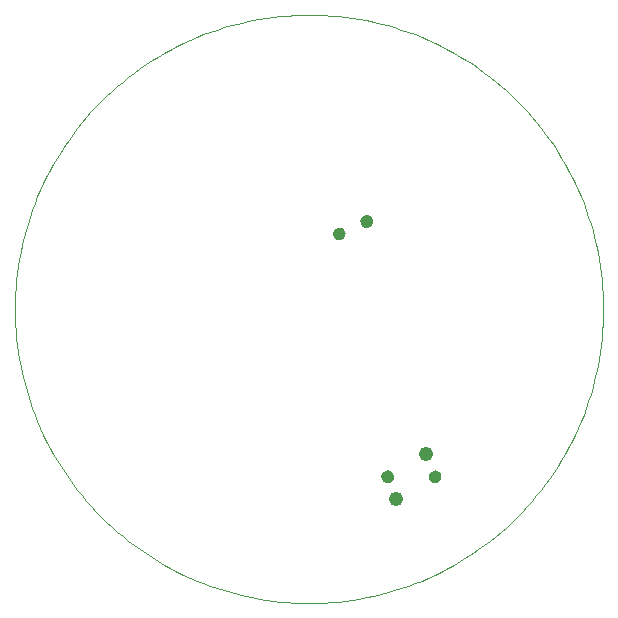
<source format=gts>
G75*
%MOIN*%
%OFA0B0*%
%FSLAX25Y25*%
%IPPOS*%
%LPD*%
%AMOC8*
5,1,8,0,0,1.08239X$1,22.5*
%
%ADD10C,0.00197*%
%ADD11C,0.00500*%
%ADD12R,0.10713X0.00446*%
%ADD13R,0.00893X0.00446*%
%ADD14R,0.11159X0.00446*%
%ADD15R,0.01785X0.00446*%
%ADD16R,0.03571X0.00446*%
%ADD17R,0.02678X0.00446*%
%ADD18R,0.06249X0.00446*%
%ADD19R,0.11159X0.00446*%
%ADD20R,0.08481X0.00446*%
%ADD21R,0.02678X0.00446*%
%ADD22R,0.09374X0.00446*%
%ADD23R,0.00893X0.00446*%
%ADD24R,0.01339X0.00446*%
%ADD25R,0.02232X0.00446*%
%ADD26R,0.09374X0.00446*%
%ADD27R,0.02678X0.00446*%
%ADD28R,0.02232X0.00446*%
%ADD29R,0.06696X0.00446*%
%ADD30R,0.01339X0.00446*%
%ADD31R,0.03124X0.00446*%
%ADD32R,0.04910X0.00446*%
%ADD33R,0.02678X0.00446*%
%ADD34R,0.04463X0.00446*%
%ADD35R,0.03125X0.00446*%
%ADD36R,0.00446X0.00446*%
%ADD37R,0.07142X0.00446*%
%ADD38R,0.02232X0.00446*%
%ADD39R,0.07588X0.00446*%
%ADD40R,0.02678X0.00446*%
%ADD41R,0.04017X0.00446*%
%ADD42R,0.05803X0.00446*%
%ADD43R,0.05803X0.00446*%
%ADD44R,0.09820X0.00446*%
%ADD45R,0.02678X0.00446*%
%ADD46R,0.07142X0.00446*%
%ADD47R,0.10713X0.00446*%
%ADD48R,0.08035X0.00446*%
%ADD49R,0.00893X0.00446*%
%ADD50R,0.04910X0.00446*%
%ADD51R,0.09820X0.00446*%
%ADD52R,0.08035X0.00446*%
%ADD53R,0.03125X0.00446*%
%ADD54R,0.10267X0.00446*%
%ADD55R,0.11159X0.00446*%
%ADD56R,0.06249X0.00446*%
%ADD57R,0.11606X0.00446*%
%ADD58R,0.04910X0.00446*%
%ADD59R,0.11606X0.00446*%
%ADD60R,0.03571X0.00446*%
%ADD61R,0.01785X0.00446*%
%ADD62R,0.06696X0.00446*%
%ADD63R,0.00446X0.00446*%
%ADD64R,0.03571X0.00446*%
%ADD65R,0.01786X0.00446*%
%ADD66R,0.03124X0.00446*%
%ADD67R,0.00893X0.00446*%
%ADD68R,0.03124X0.00446*%
%ADD69R,0.03125X0.00446*%
%ADD70R,0.01339X0.00446*%
%ADD71R,0.06695X0.00446*%
%ADD72R,0.07142X0.00446*%
%ADD73R,0.01785X0.00446*%
%ADD74R,0.03571X0.00446*%
%ADD75R,0.04018X0.00446*%
%ADD76R,0.04464X0.00446*%
%ADD77R,0.05356X0.00446*%
%ADD78R,0.05357X0.00446*%
%ADD79R,0.04017X0.00446*%
%ADD80R,0.05803X0.00446*%
%ADD81R,0.05803X0.00446*%
%ADD82R,0.06696X0.00446*%
%ADD83R,0.06695X0.00446*%
%ADD84R,0.00446X0.00446*%
%ADD85R,0.04464X0.00446*%
%ADD86R,0.08035X0.00446*%
%ADD87R,0.05356X0.00446*%
%ADD88R,0.04464X0.00446*%
%ADD89R,0.00893X0.00446*%
%ADD90R,0.04017X0.00446*%
%ADD91R,0.05357X0.00446*%
%ADD92R,0.03571X0.00446*%
%ADD93R,0.04910X0.00446*%
%ADD94R,0.07142X0.00446*%
%ADD95R,0.06249X0.00446*%
%ADD96R,0.06250X0.00446*%
%ADD97R,0.05803X0.00446*%
%ADD98R,0.01339X0.00446*%
%ADD99R,0.07588X0.00446*%
%ADD100R,0.04018X0.00446*%
%ADD101R,0.03571X0.00446*%
%ADD102R,0.04018X0.00446*%
%ADD103R,0.02231X0.00446*%
%ADD104R,0.01339X0.00446*%
%ADD105R,0.00446X0.00446*%
%ADD106R,0.00893X0.00446*%
%ADD107R,0.00446X0.00446*%
%ADD108R,0.01786X0.00446*%
%ADD109R,0.04463X0.00446*%
%ADD110R,0.02231X0.00446*%
%ADD111R,0.06695X0.00446*%
%ADD112R,0.05356X0.00446*%
%ADD113R,0.04910X0.00446*%
%ADD114R,0.08928X0.00446*%
%ADD115R,0.08481X0.00446*%
%ADD116R,0.11159X0.00446*%
%ADD117R,0.07588X0.00446*%
%ADD118R,0.00446X0.00446*%
%ADD119R,0.01786X0.00446*%
%ADD120R,0.09374X0.00446*%
%ADD121R,0.08928X0.00446*%
%ADD122R,0.02231X0.00446*%
%ADD123R,0.08481X0.00446*%
%ADD124R,0.05803X0.00446*%
%ADD125R,0.15623X0.00446*%
%ADD126R,0.14730X0.00446*%
%ADD127R,0.13837X0.00446*%
%ADD128R,0.08927X0.00446*%
%ADD129R,0.12945X0.00446*%
%ADD130R,0.12498X0.00446*%
%ADD131R,0.09374X0.00446*%
%ADD132R,0.10267X0.00446*%
%ADD133R,0.01339X0.00446*%
%ADD134R,0.05357X0.00446*%
%ADD135R,0.07142X0.00446*%
%ADD136R,0.07589X0.00446*%
%ADD137R,0.11606X0.00446*%
%ADD138R,0.20087X0.00446*%
%ADD139R,0.08928X0.00446*%
%ADD140R,0.19640X0.00446*%
%ADD141R,0.19640X0.00446*%
%ADD142R,0.20087X0.00446*%
%ADD143R,0.08927X0.00446*%
%ADD144R,0.04910X0.00446*%
%ADD145R,0.10713X0.00446*%
%ADD146R,0.07142X0.00446*%
%ADD147R,0.09820X0.00446*%
%ADD148R,0.12052X0.00446*%
%ADD149R,0.10713X0.00446*%
%ADD150R,0.08035X0.00446*%
%ADD151R,0.09374X0.00446*%
%ADD152R,0.09374X0.00446*%
%ADD153R,0.12945X0.00446*%
%ADD154R,0.08481X0.00446*%
%ADD155R,0.11606X0.00446*%
%ADD156R,0.08035X0.00446*%
%ADD157R,0.12498X0.00446*%
%ADD158R,0.13391X0.00446*%
%ADD159R,0.12052X0.00446*%
%ADD160R,0.13838X0.00446*%
%ADD161R,0.13391X0.00446*%
%ADD162R,0.09820X0.00446*%
%ADD163R,0.13391X0.00446*%
%ADD164R,0.13391X0.00446*%
%ADD165R,0.04463X0.00446*%
%ADD166R,0.08927X0.00446*%
%ADD167R,0.06250X0.00446*%
%ADD168R,0.15177X0.00446*%
%ADD169R,0.22765X0.00446*%
%ADD170R,0.22765X0.00446*%
%ADD171R,0.22319X0.00446*%
%ADD172R,0.21872X0.00446*%
%ADD173R,0.21872X0.00446*%
%ADD174R,0.21426X0.00446*%
%ADD175R,0.21426X0.00446*%
%ADD176R,0.21426X0.00446*%
%ADD177R,0.21872X0.00446*%
%ADD178R,0.23658X0.00446*%
%ADD179R,0.23211X0.00446*%
%ADD180R,0.15177X0.00446*%
%ADD181R,0.07589X0.00446*%
%ADD182R,0.12052X0.00446*%
%ADD183R,0.12498X0.00446*%
%ADD184R,0.12052X0.00446*%
%ADD185R,0.12499X0.00446*%
%ADD186R,0.12499X0.00446*%
%ADD187R,0.11606X0.00446*%
%ADD188R,0.12945X0.00446*%
%ADD189R,0.10267X0.00446*%
%ADD190R,0.09820X0.00446*%
%ADD191R,0.11606X0.00446*%
%ADD192R,0.10267X0.00446*%
%ADD193R,0.12944X0.00446*%
%ADD194R,0.12052X0.00446*%
%ADD195R,0.16069X0.00446*%
%ADD196R,0.15623X0.00446*%
%ADD197R,0.12052X0.00446*%
%ADD198R,0.13391X0.00446*%
%ADD199R,0.08035X0.00446*%
%ADD200R,0.08481X0.00446*%
%ADD201R,0.15623X0.00446*%
%ADD202R,0.13838X0.00446*%
%ADD203R,0.13837X0.00446*%
%ADD204R,0.07589X0.00446*%
%ADD205R,0.11159X0.00446*%
%ADD206C,0.04762*%
D10*
X0003144Y0099925D02*
X0003174Y0102331D01*
X0003262Y0104735D01*
X0003410Y0107137D01*
X0003616Y0109534D01*
X0003881Y0111925D01*
X0004205Y0114309D01*
X0004587Y0116685D01*
X0005028Y0119050D01*
X0005526Y0121404D01*
X0006082Y0123745D01*
X0006695Y0126071D01*
X0007365Y0128382D01*
X0008092Y0130676D01*
X0008874Y0132951D01*
X0009713Y0135206D01*
X0010606Y0137440D01*
X0011554Y0139651D01*
X0012556Y0141839D01*
X0013611Y0144001D01*
X0014719Y0146136D01*
X0015880Y0148244D01*
X0017091Y0150323D01*
X0018353Y0152371D01*
X0019665Y0154388D01*
X0021026Y0156372D01*
X0022436Y0158322D01*
X0023893Y0160237D01*
X0025396Y0162115D01*
X0026945Y0163956D01*
X0028539Y0165759D01*
X0030176Y0167521D01*
X0031857Y0169243D01*
X0033579Y0170924D01*
X0035341Y0172561D01*
X0037144Y0174155D01*
X0038985Y0175704D01*
X0040863Y0177207D01*
X0042778Y0178664D01*
X0044728Y0180074D01*
X0046712Y0181435D01*
X0048729Y0182747D01*
X0050777Y0184009D01*
X0052856Y0185220D01*
X0054964Y0186381D01*
X0057099Y0187489D01*
X0059261Y0188544D01*
X0061449Y0189546D01*
X0063660Y0190494D01*
X0065894Y0191387D01*
X0068149Y0192226D01*
X0070424Y0193008D01*
X0072718Y0193735D01*
X0075029Y0194405D01*
X0077355Y0195018D01*
X0079696Y0195574D01*
X0082050Y0196072D01*
X0084415Y0196513D01*
X0086791Y0196895D01*
X0089175Y0197219D01*
X0091566Y0197484D01*
X0093963Y0197690D01*
X0096365Y0197838D01*
X0098769Y0197926D01*
X0101175Y0197956D01*
X0103581Y0197926D01*
X0105985Y0197838D01*
X0108387Y0197690D01*
X0110784Y0197484D01*
X0113175Y0197219D01*
X0115559Y0196895D01*
X0117935Y0196513D01*
X0120300Y0196072D01*
X0122654Y0195574D01*
X0124995Y0195018D01*
X0127321Y0194405D01*
X0129632Y0193735D01*
X0131926Y0193008D01*
X0134201Y0192226D01*
X0136456Y0191387D01*
X0138690Y0190494D01*
X0140901Y0189546D01*
X0143089Y0188544D01*
X0145251Y0187489D01*
X0147386Y0186381D01*
X0149494Y0185220D01*
X0151573Y0184009D01*
X0153621Y0182747D01*
X0155638Y0181435D01*
X0157622Y0180074D01*
X0159572Y0178664D01*
X0161487Y0177207D01*
X0163365Y0175704D01*
X0165206Y0174155D01*
X0167009Y0172561D01*
X0168771Y0170924D01*
X0170493Y0169243D01*
X0172174Y0167521D01*
X0173811Y0165759D01*
X0175405Y0163956D01*
X0176954Y0162115D01*
X0178457Y0160237D01*
X0179914Y0158322D01*
X0181324Y0156372D01*
X0182685Y0154388D01*
X0183997Y0152371D01*
X0185259Y0150323D01*
X0186470Y0148244D01*
X0187631Y0146136D01*
X0188739Y0144001D01*
X0189794Y0141839D01*
X0190796Y0139651D01*
X0191744Y0137440D01*
X0192637Y0135206D01*
X0193476Y0132951D01*
X0194258Y0130676D01*
X0194985Y0128382D01*
X0195655Y0126071D01*
X0196268Y0123745D01*
X0196824Y0121404D01*
X0197322Y0119050D01*
X0197763Y0116685D01*
X0198145Y0114309D01*
X0198469Y0111925D01*
X0198734Y0109534D01*
X0198940Y0107137D01*
X0199088Y0104735D01*
X0199176Y0102331D01*
X0199206Y0099925D01*
X0199176Y0097519D01*
X0199088Y0095115D01*
X0198940Y0092713D01*
X0198734Y0090316D01*
X0198469Y0087925D01*
X0198145Y0085541D01*
X0197763Y0083165D01*
X0197322Y0080800D01*
X0196824Y0078446D01*
X0196268Y0076105D01*
X0195655Y0073779D01*
X0194985Y0071468D01*
X0194258Y0069174D01*
X0193476Y0066899D01*
X0192637Y0064644D01*
X0191744Y0062410D01*
X0190796Y0060199D01*
X0189794Y0058011D01*
X0188739Y0055849D01*
X0187631Y0053714D01*
X0186470Y0051606D01*
X0185259Y0049527D01*
X0183997Y0047479D01*
X0182685Y0045462D01*
X0181324Y0043478D01*
X0179914Y0041528D01*
X0178457Y0039613D01*
X0176954Y0037735D01*
X0175405Y0035894D01*
X0173811Y0034091D01*
X0172174Y0032329D01*
X0170493Y0030607D01*
X0168771Y0028926D01*
X0167009Y0027289D01*
X0165206Y0025695D01*
X0163365Y0024146D01*
X0161487Y0022643D01*
X0159572Y0021186D01*
X0157622Y0019776D01*
X0155638Y0018415D01*
X0153621Y0017103D01*
X0151573Y0015841D01*
X0149494Y0014630D01*
X0147386Y0013469D01*
X0145251Y0012361D01*
X0143089Y0011306D01*
X0140901Y0010304D01*
X0138690Y0009356D01*
X0136456Y0008463D01*
X0134201Y0007624D01*
X0131926Y0006842D01*
X0129632Y0006115D01*
X0127321Y0005445D01*
X0124995Y0004832D01*
X0122654Y0004276D01*
X0120300Y0003778D01*
X0117935Y0003337D01*
X0115559Y0002955D01*
X0113175Y0002631D01*
X0110784Y0002366D01*
X0108387Y0002160D01*
X0105985Y0002012D01*
X0103581Y0001924D01*
X0101175Y0001894D01*
X0098769Y0001924D01*
X0096365Y0002012D01*
X0093963Y0002160D01*
X0091566Y0002366D01*
X0089175Y0002631D01*
X0086791Y0002955D01*
X0084415Y0003337D01*
X0082050Y0003778D01*
X0079696Y0004276D01*
X0077355Y0004832D01*
X0075029Y0005445D01*
X0072718Y0006115D01*
X0070424Y0006842D01*
X0068149Y0007624D01*
X0065894Y0008463D01*
X0063660Y0009356D01*
X0061449Y0010304D01*
X0059261Y0011306D01*
X0057099Y0012361D01*
X0054964Y0013469D01*
X0052856Y0014630D01*
X0050777Y0015841D01*
X0048729Y0017103D01*
X0046712Y0018415D01*
X0044728Y0019776D01*
X0042778Y0021186D01*
X0040863Y0022643D01*
X0038985Y0024146D01*
X0037144Y0025695D01*
X0035341Y0027289D01*
X0033579Y0028926D01*
X0031857Y0030607D01*
X0030176Y0032329D01*
X0028539Y0034091D01*
X0026945Y0035894D01*
X0025396Y0037735D01*
X0023893Y0039613D01*
X0022436Y0041528D01*
X0021026Y0043478D01*
X0019665Y0045462D01*
X0018353Y0047479D01*
X0017091Y0049527D01*
X0015880Y0051606D01*
X0014719Y0053714D01*
X0013611Y0055849D01*
X0012556Y0058011D01*
X0011554Y0060199D01*
X0010606Y0062410D01*
X0009713Y0064644D01*
X0008874Y0066899D01*
X0008092Y0069174D01*
X0007365Y0071468D01*
X0006695Y0073779D01*
X0006082Y0076105D01*
X0005526Y0078446D01*
X0005028Y0080800D01*
X0004587Y0083165D01*
X0004205Y0085541D01*
X0003881Y0087925D01*
X0003616Y0090316D01*
X0003410Y0092713D01*
X0003262Y0095115D01*
X0003174Y0097519D01*
X0003144Y0099925D01*
D11*
X0109534Y0124549D02*
X0109488Y0124949D01*
X0109532Y0125349D01*
X0109664Y0125728D01*
X0109877Y0126069D01*
X0110161Y0126354D01*
X0110501Y0126569D01*
X0110880Y0126685D01*
X0111275Y0126713D01*
X0111667Y0126653D01*
X0112036Y0126507D01*
X0112363Y0126283D01*
X0112632Y0125992D01*
X0112829Y0125648D01*
X0112945Y0125280D01*
X0112976Y0124895D01*
X0112921Y0124513D01*
X0112782Y0124152D01*
X0112566Y0123832D01*
X0112284Y0123567D01*
X0111951Y0123372D01*
X0111590Y0123246D01*
X0111209Y0123202D01*
X0110828Y0123245D01*
X0110467Y0123372D01*
X0110142Y0123575D01*
X0109871Y0123846D01*
X0109667Y0124170D01*
X0109534Y0124549D01*
X0109524Y0124632D02*
X0112938Y0124632D01*
X0112957Y0125131D02*
X0109508Y0125131D01*
X0109630Y0125629D02*
X0112835Y0125629D01*
X0112506Y0126128D02*
X0109936Y0126128D01*
X0110690Y0126626D02*
X0111735Y0126626D01*
X0112769Y0124134D02*
X0109690Y0124134D01*
X0110082Y0123635D02*
X0112357Y0123635D01*
X0118978Y0127977D02*
X0118774Y0128301D01*
X0118641Y0128681D01*
X0118595Y0129080D01*
X0118639Y0129480D01*
X0118771Y0129859D01*
X0118984Y0130200D01*
X0119268Y0130485D01*
X0119608Y0130700D01*
X0119987Y0130816D01*
X0120382Y0130844D01*
X0120774Y0130784D01*
X0121143Y0130638D01*
X0121470Y0130414D01*
X0121738Y0130123D01*
X0121936Y0129780D01*
X0122052Y0129411D01*
X0122083Y0129026D01*
X0122028Y0128644D01*
X0121889Y0128283D01*
X0121673Y0127963D01*
X0121391Y0127698D01*
X0121058Y0127503D01*
X0120696Y0127377D01*
X0120316Y0127334D01*
X0119935Y0127376D01*
X0119573Y0127503D01*
X0119249Y0127706D01*
X0118978Y0127977D01*
X0118887Y0128122D02*
X0121780Y0128122D01*
X0122019Y0128620D02*
X0118662Y0128620D01*
X0118599Y0129119D02*
X0122075Y0129119D01*
X0121987Y0129617D02*
X0118687Y0129617D01*
X0118931Y0130116D02*
X0121743Y0130116D01*
X0121178Y0130614D02*
X0119473Y0130614D01*
X0119381Y0127623D02*
X0121263Y0127623D01*
X0127350Y0045760D02*
X0127743Y0045709D01*
X0128115Y0045572D01*
X0128447Y0045355D01*
X0128722Y0045070D01*
X0128927Y0044731D01*
X0129052Y0044355D01*
X0129090Y0043960D01*
X0129043Y0043577D01*
X0128913Y0043213D01*
X0128704Y0042888D01*
X0128429Y0042617D01*
X0128100Y0042414D01*
X0127734Y0042290D01*
X0127350Y0042250D01*
X0126968Y0042284D01*
X0126604Y0042402D01*
X0126275Y0042598D01*
X0125998Y0042863D01*
X0125787Y0043182D01*
X0125652Y0043541D01*
X0125600Y0043920D01*
X0125635Y0044321D01*
X0125758Y0044703D01*
X0125964Y0045049D01*
X0126241Y0045340D01*
X0126576Y0045563D01*
X0126952Y0045705D01*
X0127350Y0045760D01*
X0126284Y0045369D02*
X0128426Y0045369D01*
X0128843Y0044870D02*
X0125858Y0044870D01*
X0125652Y0044372D02*
X0129046Y0044372D01*
X0129079Y0043873D02*
X0125606Y0043873D01*
X0125714Y0043375D02*
X0128971Y0043375D01*
X0128693Y0042876D02*
X0125989Y0042876D01*
X0126678Y0042378D02*
X0127993Y0042378D01*
X0141400Y0043920D02*
X0141435Y0044321D01*
X0141558Y0044703D01*
X0141764Y0045049D01*
X0142041Y0045340D01*
X0142376Y0045563D01*
X0142752Y0045705D01*
X0143150Y0045760D01*
X0143543Y0045709D01*
X0143915Y0045572D01*
X0144247Y0045355D01*
X0144522Y0045070D01*
X0144727Y0044731D01*
X0144852Y0044355D01*
X0144890Y0043960D01*
X0144843Y0043577D01*
X0144713Y0043213D01*
X0144504Y0042888D01*
X0144229Y0042617D01*
X0143900Y0042414D01*
X0143534Y0042290D01*
X0143150Y0042250D01*
X0142768Y0042284D01*
X0142404Y0042402D01*
X0142075Y0042598D01*
X0141798Y0042863D01*
X0141587Y0043182D01*
X0141452Y0043541D01*
X0141400Y0043920D01*
X0141406Y0043873D02*
X0144879Y0043873D01*
X0144846Y0044372D02*
X0141452Y0044372D01*
X0141658Y0044870D02*
X0144643Y0044870D01*
X0144226Y0045369D02*
X0142084Y0045369D01*
X0141514Y0043375D02*
X0144771Y0043375D01*
X0144493Y0042876D02*
X0141789Y0042876D01*
X0142478Y0042378D02*
X0143793Y0042378D01*
D12*
X0123323Y0079176D03*
X0092970Y0138097D03*
X0055921Y0144347D03*
X0097880Y0194340D03*
X0185815Y0080515D03*
X0098326Y0013113D03*
X0097880Y0013559D03*
X0097880Y0006864D03*
X0097433Y0005971D03*
D13*
X0089399Y0006418D03*
X0060384Y0014899D03*
X0037173Y0030522D03*
X0031370Y0053733D03*
X0041190Y0070249D03*
X0054135Y0074713D03*
X0053689Y0078730D03*
X0056367Y0081855D03*
X0058153Y0075605D03*
X0068866Y0072481D03*
X0066187Y0063107D03*
X0068866Y0059982D03*
X0070651Y0059090D03*
X0076900Y0063107D03*
X0077347Y0064000D03*
X0080918Y0068463D03*
X0081364Y0078730D03*
X0085828Y0080962D03*
X0093416Y0084086D03*
X0093862Y0087211D03*
X0093416Y0088104D03*
X0096094Y0089443D03*
X0096094Y0090336D03*
X0096094Y0091228D03*
X0099665Y0088104D03*
X0099665Y0087211D03*
X0108146Y0088104D03*
X0110825Y0091228D03*
X0110825Y0092567D03*
X0112610Y0098817D03*
X0112610Y0099709D03*
X0113057Y0100602D03*
X0117074Y0105066D03*
X0121091Y0103727D03*
X0122877Y0105959D03*
X0131358Y0116672D03*
X0127340Y0124706D03*
X0127340Y0130956D03*
X0123323Y0147025D03*
X0106807Y0129170D03*
X0096094Y0133187D03*
X0087167Y0129170D03*
X0087167Y0126045D03*
X0085381Y0122921D03*
X0089399Y0117564D03*
X0087613Y0116672D03*
X0085381Y0114440D03*
X0087613Y0109083D03*
X0089399Y0105066D03*
X0092077Y0100602D03*
X0089399Y0097478D03*
X0096094Y0102834D03*
X0099665Y0101941D03*
X0091631Y0111315D03*
X0091631Y0115332D03*
X0097880Y0115332D03*
X0100112Y0115332D03*
X0108593Y0111315D03*
X0129572Y0092567D03*
X0139839Y0102834D03*
X0140285Y0103727D03*
X0142071Y0103727D03*
X0138053Y0108191D03*
X0135821Y0108191D03*
X0135821Y0105959D03*
X0135821Y0105066D03*
X0159033Y0091228D03*
X0164836Y0088104D03*
X0154123Y0078730D03*
X0152784Y0072481D03*
X0158586Y0068463D03*
X0164836Y0071588D03*
X0165282Y0073373D03*
X0169299Y0068463D03*
X0168853Y0067124D03*
X0164836Y0057750D03*
X0159033Y0060875D03*
X0158586Y0042127D03*
X0138053Y0027397D03*
X0120645Y0007757D03*
X0087613Y0047484D03*
X0087167Y0048377D03*
X0093416Y0062214D03*
X0114842Y0068463D03*
X0114842Y0070249D03*
X0123323Y0059982D03*
X0126894Y0067124D03*
X0077347Y0098817D03*
X0072883Y0084979D03*
X0068866Y0084979D03*
X0066187Y0084979D03*
X0064402Y0098817D03*
X0064402Y0102834D03*
X0054135Y0102834D03*
X0051903Y0102834D03*
X0052350Y0094353D03*
X0050118Y0090336D03*
X0047886Y0092567D03*
X0043422Y0089443D03*
X0045654Y0116672D03*
X0058153Y0133187D03*
X0064848Y0129170D03*
X0066187Y0127831D03*
X0068866Y0129170D03*
X0070651Y0122921D03*
X0072883Y0122921D03*
X0068419Y0136312D03*
X0080918Y0138544D03*
X0034941Y0148810D03*
X0070651Y0187645D03*
X0190279Y0127831D03*
X0184030Y0056858D03*
D14*
X0098103Y0017130D03*
X0098103Y0007757D03*
X0097657Y0006418D03*
X0111048Y0182288D03*
X0098103Y0193001D03*
D15*
X0112610Y0148810D03*
X0116627Y0144793D03*
X0116181Y0142561D03*
X0119306Y0147918D03*
X0122430Y0144793D03*
X0126001Y0133187D03*
X0125555Y0132295D03*
X0124662Y0120689D03*
X0121538Y0115332D03*
X0113057Y0115332D03*
X0114842Y0108191D03*
X0114842Y0105959D03*
X0106807Y0105066D03*
X0099665Y0105959D03*
X0099665Y0103727D03*
X0096094Y0103727D03*
X0096094Y0105066D03*
X0096094Y0105959D03*
X0092523Y0105959D03*
X0092523Y0112208D03*
X0092970Y0117564D03*
X0095201Y0122921D03*
X0086720Y0120689D03*
X0098773Y0133187D03*
X0103683Y0139437D03*
X0085381Y0141668D03*
X0076900Y0147918D03*
X0072883Y0138544D03*
X0070205Y0132295D03*
X0070651Y0130956D03*
X0068866Y0127831D03*
X0069312Y0126045D03*
X0072436Y0126045D03*
X0067973Y0122921D03*
X0062170Y0130956D03*
X0062616Y0132295D03*
X0065741Y0132295D03*
X0065295Y0138544D03*
X0046547Y0121582D03*
X0043869Y0119796D03*
X0039405Y0118457D03*
X0041637Y0109083D03*
X0036727Y0105066D03*
X0043869Y0100602D03*
X0044315Y0099709D03*
X0041637Y0094353D03*
X0042976Y0088104D03*
X0035834Y0091228D03*
X0035834Y0084979D03*
X0041637Y0073373D03*
X0037620Y0070249D03*
X0052796Y0073373D03*
X0062170Y0075605D03*
X0067973Y0070249D03*
X0065295Y0068463D03*
X0070651Y0073373D03*
X0078686Y0068463D03*
X0081810Y0070249D03*
X0088952Y0074713D03*
X0087167Y0078730D03*
X0093862Y0074713D03*
X0094309Y0068463D03*
X0092077Y0067124D03*
X0099665Y0065339D03*
X0095201Y0059090D03*
X0085828Y0051501D03*
X0086274Y0050608D03*
X0069312Y0060875D03*
X0062170Y0060875D03*
X0058599Y0084086D03*
X0058153Y0089443D03*
X0058153Y0091228D03*
X0065295Y0090336D03*
X0069312Y0089443D03*
X0080471Y0095692D03*
X0086720Y0093460D03*
X0088952Y0090336D03*
X0090292Y0089443D03*
X0089845Y0095692D03*
X0075561Y0103727D03*
X0074668Y0105066D03*
X0074668Y0105959D03*
X0041637Y0127831D03*
X0009498Y0077837D03*
X0021996Y0074713D03*
X0110825Y0084979D03*
X0116627Y0089443D03*
X0123770Y0089443D03*
X0134929Y0095692D03*
X0135375Y0097478D03*
X0137607Y0103727D03*
X0142517Y0118457D03*
X0142517Y0119796D03*
X0159033Y0089443D03*
X0157247Y0084086D03*
X0155908Y0080962D03*
X0141178Y0088104D03*
X0118859Y0072481D03*
X0118859Y0071588D03*
X0118413Y0070249D03*
X0119306Y0064000D03*
X0119306Y0063107D03*
X0122877Y0057750D03*
X0168407Y0064000D03*
X0191618Y0074713D03*
X0112164Y0006418D03*
X0173763Y0159523D03*
X0153676Y0178271D03*
D16*
X0151445Y0174700D03*
X0147874Y0168451D03*
X0155908Y0166219D03*
X0157247Y0168004D03*
X0158140Y0159970D03*
X0159479Y0158631D03*
X0160372Y0157738D03*
X0165728Y0157738D03*
X0166621Y0158631D03*
X0167960Y0159970D03*
X0169746Y0161755D03*
X0168407Y0164880D03*
X0167960Y0165326D03*
X0179120Y0148364D03*
X0174656Y0142115D03*
X0143410Y0125153D03*
X0142963Y0122028D03*
X0138500Y0118903D03*
X0134482Y0126492D03*
X0130019Y0127385D03*
X0113503Y0111762D03*
X0107700Y0119350D03*
X0103683Y0125599D03*
X0094309Y0118011D03*
X0084935Y0124260D03*
X0078239Y0125153D03*
X0080025Y0139883D03*
X0061724Y0137651D03*
X0040298Y0119350D03*
X0025121Y0141222D03*
X0021996Y0145239D03*
X0021104Y0146579D03*
X0013515Y0131848D03*
X0038066Y0153721D03*
X0079578Y0108637D03*
X0087167Y0091675D03*
X0067973Y0086765D03*
X0067080Y0087657D03*
X0066187Y0088550D03*
X0063063Y0096138D03*
X0056813Y0093907D03*
X0046993Y0080069D03*
X0054582Y0067571D03*
X0063063Y0064892D03*
X0080471Y0063553D03*
X0086274Y0056411D03*
X0098326Y0068017D03*
X0121537Y0060429D03*
X0150998Y0068017D03*
X0157694Y0051055D03*
X0155462Y0048823D03*
X0154123Y0047930D03*
X0152784Y0047037D03*
X0158140Y0040342D03*
X0155908Y0038556D03*
X0155015Y0037664D03*
X0155015Y0031414D03*
X0162604Y0030075D03*
X0164389Y0031414D03*
X0164389Y0034093D03*
X0163943Y0034539D03*
X0163943Y0040788D03*
X0191618Y0078284D03*
X0143410Y0110422D03*
X0106807Y0097031D03*
X0050564Y0034093D03*
X0048332Y0031414D03*
X0040298Y0035432D03*
X0038512Y0033200D03*
X0033602Y0035432D03*
X0029585Y0043466D03*
X0033602Y0047037D03*
X0040744Y0041681D03*
X0024228Y0060429D03*
X0035834Y0065785D03*
X0036727Y0095246D03*
X0094309Y0016684D03*
X0088059Y0006864D03*
X0126894Y0179610D03*
X0109039Y0194340D03*
D17*
X0102344Y0192109D03*
X0102344Y0190323D03*
X0106807Y0185859D03*
X0106807Y0184967D03*
X0106807Y0184074D03*
X0102790Y0184074D03*
X0102790Y0184967D03*
X0102790Y0183181D03*
X0102790Y0182735D03*
X0102790Y0181842D03*
X0093862Y0183181D03*
X0093862Y0184074D03*
X0093862Y0184967D03*
X0093862Y0185859D03*
X0093862Y0186306D03*
X0093862Y0187199D03*
X0093862Y0190323D03*
X0093862Y0192109D03*
X0088952Y0192109D03*
X0088952Y0192555D03*
X0088952Y0190323D03*
X0089399Y0189430D03*
X0089399Y0188984D03*
X0089399Y0187199D03*
X0089845Y0184967D03*
X0089845Y0184074D03*
X0090292Y0182735D03*
X0090292Y0181842D03*
X0081810Y0180057D03*
X0081364Y0181842D03*
X0080918Y0182735D03*
X0080918Y0183181D03*
X0079132Y0188984D03*
X0069312Y0180057D03*
X0067080Y0184967D03*
X0057706Y0176486D03*
X0056367Y0178717D03*
X0054582Y0181842D03*
X0051457Y0174700D03*
X0060384Y0171575D03*
X0036727Y0159970D03*
X0037173Y0159077D03*
X0037173Y0158631D03*
X0037620Y0157738D03*
X0027353Y0138097D03*
X0027353Y0137651D03*
X0025121Y0132741D03*
X0024675Y0131848D03*
X0018425Y0132741D03*
X0017979Y0131848D03*
X0013962Y0134527D03*
X0014855Y0136758D03*
X0015747Y0138990D03*
X0010391Y0123367D03*
X0009498Y0119350D03*
X0035834Y0108637D03*
X0036727Y0106405D03*
X0041637Y0107298D03*
X0038959Y0111762D03*
X0039851Y0121135D03*
X0039405Y0122028D03*
X0041190Y0126492D03*
X0060831Y0140329D03*
X0062616Y0132741D03*
X0067973Y0122474D03*
X0074668Y0128724D03*
X0079132Y0126492D03*
X0076454Y0135866D03*
X0077793Y0138990D03*
X0081364Y0138990D03*
X0076454Y0145239D03*
X0104129Y0140329D03*
X0121538Y0137651D03*
X0123323Y0134527D03*
X0128679Y0138097D03*
X0132251Y0137651D03*
X0129572Y0128277D03*
X0145642Y0128277D03*
X0143856Y0111762D03*
X0141624Y0104620D03*
X0127787Y0090782D03*
X0121538Y0095246D03*
X0119306Y0092121D03*
X0118859Y0091675D03*
X0118413Y0090782D03*
X0110825Y0107298D03*
X0110378Y0108637D03*
X0114396Y0109530D03*
X0090292Y0107744D03*
X0090292Y0107298D03*
X0084935Y0113101D03*
X0085828Y0113993D03*
X0078686Y0107744D03*
X0078686Y0107298D03*
X0083596Y0093907D03*
X0077793Y0075159D03*
X0073329Y0068910D03*
X0071097Y0063553D03*
X0063063Y0063553D03*
X0061723Y0068017D03*
X0064848Y0068910D03*
X0057706Y0072034D03*
X0050118Y0078284D03*
X0044315Y0069802D03*
X0040744Y0072034D03*
X0029585Y0058643D03*
X0029585Y0058197D03*
X0030477Y0057304D03*
X0030924Y0056411D03*
X0031370Y0055519D03*
X0024228Y0058197D03*
X0024228Y0058643D03*
X0018872Y0055519D03*
X0018872Y0055072D03*
X0018425Y0056411D03*
X0020211Y0053287D03*
X0020657Y0052394D03*
X0028246Y0041681D03*
X0037173Y0031414D03*
X0043869Y0031414D03*
X0043869Y0030968D03*
X0043869Y0033200D03*
X0044315Y0035432D03*
X0056367Y0027843D03*
X0055921Y0026951D03*
X0057706Y0030075D03*
X0053689Y0022933D03*
X0052350Y0019809D03*
X0059938Y0016238D03*
X0060831Y0017577D03*
X0061723Y0019362D03*
X0066187Y0018470D03*
X0066634Y0019362D03*
X0066634Y0019809D03*
X0067080Y0020701D03*
X0067973Y0022487D03*
X0067973Y0022933D03*
X0068419Y0023826D03*
X0068866Y0024719D03*
X0064848Y0025165D03*
X0071097Y0019809D03*
X0071097Y0019362D03*
X0070651Y0018470D03*
X0070205Y0017577D03*
X0070205Y0016684D03*
X0069312Y0014452D03*
X0064402Y0014452D03*
X0071544Y0021594D03*
X0082703Y0019809D03*
X0082703Y0019362D03*
X0082703Y0018470D03*
X0081810Y0014452D03*
X0081810Y0013559D03*
X0081810Y0013113D03*
X0081364Y0011328D03*
X0081364Y0010435D03*
X0093862Y0014452D03*
X0093862Y0016238D03*
X0102344Y0011328D03*
X0102344Y0010435D03*
X0102344Y0009989D03*
X0102344Y0009096D03*
X0102344Y0008203D03*
X0110825Y0017577D03*
X0112164Y0010435D03*
X0112164Y0009989D03*
X0112164Y0009096D03*
X0112610Y0007310D03*
X0112610Y0006864D03*
X0121091Y0008203D03*
X0121091Y0009096D03*
X0121091Y0009989D03*
X0120645Y0011328D03*
X0124662Y0013559D03*
X0124662Y0014452D03*
X0123770Y0016684D03*
X0123770Y0017577D03*
X0123323Y0018470D03*
X0123323Y0019362D03*
X0122877Y0020701D03*
X0119306Y0019809D03*
X0119306Y0019362D03*
X0119306Y0018470D03*
X0126894Y0020701D03*
X0127340Y0019362D03*
X0127787Y0018470D03*
X0127787Y0017577D03*
X0129126Y0014452D03*
X0129572Y0013559D03*
X0125555Y0011328D03*
X0125555Y0010435D03*
X0137607Y0016238D03*
X0137607Y0016684D03*
X0137160Y0017577D03*
X0141624Y0019362D03*
X0142071Y0018470D03*
X0142517Y0017577D03*
X0143410Y0016238D03*
X0138500Y0024719D03*
X0146534Y0028290D03*
X0159479Y0054179D03*
X0156355Y0060429D03*
X0173763Y0051948D03*
X0184030Y0057304D03*
X0185815Y0060429D03*
X0186262Y0061321D03*
X0186262Y0061768D03*
X0187601Y0064446D03*
X0187601Y0064892D03*
X0189386Y0069802D03*
X0190725Y0073820D03*
X0181351Y0080069D03*
X0180012Y0075159D03*
X0180012Y0074266D03*
X0177334Y0068017D03*
X0175995Y0064892D03*
X0175549Y0064446D03*
X0175102Y0063553D03*
X0156801Y0082747D03*
X0164389Y0083640D03*
X0193850Y0087657D03*
X0194296Y0090782D03*
X0194296Y0091675D03*
X0192511Y0119350D03*
X0192064Y0121135D03*
X0181351Y0119350D03*
X0180012Y0125153D03*
X0173317Y0146132D03*
X0165729Y0151489D03*
X0163050Y0154613D03*
X0142517Y0171575D03*
X0142517Y0172468D03*
X0142517Y0173361D03*
X0142071Y0175593D03*
X0137607Y0180057D03*
X0138500Y0181842D03*
X0140285Y0185859D03*
X0130019Y0188984D03*
X0129572Y0187199D03*
X0129126Y0185859D03*
X0129126Y0184967D03*
X0128679Y0184074D03*
X0119306Y0183181D03*
X0119306Y0182735D03*
X0119306Y0181842D03*
X0115288Y0183181D03*
X0115288Y0184074D03*
X0116181Y0188984D03*
X0116181Y0189430D03*
X0116181Y0190323D03*
X0039851Y0101495D03*
X0058599Y0092121D03*
X0070651Y0075159D03*
X0088952Y0074266D03*
X0091631Y0066678D03*
X0101451Y0063553D03*
X0115288Y0072034D03*
X0122877Y0066678D03*
X0079132Y0052394D03*
X0072436Y0053287D03*
X0024675Y0068017D03*
X0023336Y0071142D03*
X0018425Y0071142D03*
X0020211Y0066678D03*
X0020657Y0065785D03*
X0014855Y0063553D03*
X0014408Y0064446D03*
X0014408Y0064892D03*
X0013962Y0065785D03*
X0013515Y0066678D03*
X0012623Y0068910D03*
X0012176Y0069802D03*
D18*
X0026014Y0061321D03*
X0056367Y0088997D03*
X0071990Y0088997D03*
X0063509Y0073820D03*
X0063063Y0071142D03*
X0074222Y0067571D03*
X0076900Y0070695D03*
X0087167Y0064892D03*
X0098773Y0070695D03*
X0099219Y0069802D03*
X0102344Y0093907D03*
X0119306Y0112654D03*
X0096541Y0141222D03*
X0081810Y0146579D03*
X0078686Y0121135D03*
X0081810Y0110869D03*
X0081364Y0110422D03*
X0050118Y0114886D03*
X0050118Y0119350D03*
X0025121Y0143008D03*
X0064848Y0186306D03*
X0126001Y0142115D03*
X0154123Y0176486D03*
X0142517Y0178717D03*
X0126894Y0183181D03*
X0175549Y0145239D03*
X0182244Y0139883D03*
X0184476Y0085872D03*
X0188047Y0070695D03*
X0184030Y0067571D03*
X0183137Y0068017D03*
X0178673Y0060429D03*
X0168853Y0037664D03*
X0148766Y0054179D03*
X0129126Y0022487D03*
X0134483Y0019809D03*
X0086720Y0007310D03*
X0074222Y0010435D03*
X0045654Y0030075D03*
D19*
X0098103Y0017577D03*
X0098549Y0018470D03*
X0098103Y0007310D03*
X0140062Y0071142D03*
X0127564Y0085872D03*
X0098549Y0073820D03*
X0133366Y0123367D03*
X0110155Y0138097D03*
X0111048Y0182735D03*
X0098103Y0192555D03*
X0098103Y0193448D03*
X0171755Y0149257D03*
X0181128Y0134973D03*
D20*
X0170862Y0148810D03*
X0131581Y0119796D03*
X0138723Y0091228D03*
X0102121Y0094353D03*
X0098103Y0072481D03*
X0085604Y0007757D03*
X0183360Y0072481D03*
X0094532Y0139437D03*
D21*
X0097880Y0141668D03*
X0101451Y0144793D03*
X0095201Y0126045D03*
X0077793Y0132295D03*
X0076900Y0135419D03*
X0073329Y0132295D03*
X0063063Y0142561D03*
X0043422Y0121582D03*
X0038959Y0122921D03*
X0038959Y0112208D03*
X0024228Y0130956D03*
X0025121Y0133187D03*
X0018872Y0134080D03*
X0018425Y0133187D03*
X0014408Y0135419D03*
X0014855Y0136312D03*
X0015747Y0138544D03*
X0013962Y0134080D03*
X0013515Y0133187D03*
X0009944Y0120689D03*
X0028246Y0145686D03*
X0036727Y0159523D03*
X0034495Y0166665D03*
X0069312Y0180503D03*
X0070205Y0178271D03*
X0080918Y0183628D03*
X0081364Y0182288D03*
X0081364Y0181396D03*
X0081810Y0180503D03*
X0079579Y0187645D03*
X0089399Y0187645D03*
X0089399Y0188538D03*
X0089399Y0186752D03*
X0089845Y0185413D03*
X0089845Y0183628D03*
X0090292Y0182288D03*
X0090292Y0181396D03*
X0093862Y0183628D03*
X0093862Y0185413D03*
X0093862Y0186752D03*
X0093862Y0187645D03*
X0093862Y0190769D03*
X0088952Y0190769D03*
X0088952Y0191662D03*
X0102344Y0191662D03*
X0102344Y0187645D03*
X0102790Y0185413D03*
X0102790Y0183628D03*
X0102790Y0182288D03*
X0106807Y0185413D03*
X0115288Y0183628D03*
X0118859Y0181396D03*
X0118859Y0180503D03*
X0119306Y0182288D03*
X0116181Y0189877D03*
X0116181Y0190769D03*
X0129572Y0187645D03*
X0129572Y0186752D03*
X0129126Y0185413D03*
X0128679Y0183628D03*
X0126894Y0178271D03*
X0137160Y0179164D03*
X0139392Y0183628D03*
X0142071Y0175146D03*
X0142517Y0172915D03*
X0142517Y0172022D03*
X0130019Y0188538D03*
X0122430Y0145686D03*
X0132251Y0138544D03*
X0143856Y0126045D03*
X0142071Y0117564D03*
X0143856Y0112208D03*
X0141624Y0105066D03*
X0136268Y0101941D03*
X0142517Y0097478D03*
X0143410Y0098817D03*
X0127787Y0090336D03*
X0124662Y0092567D03*
X0123770Y0090336D03*
X0118859Y0091228D03*
X0110378Y0108191D03*
X0113057Y0114440D03*
X0117074Y0120689D03*
X0128679Y0117564D03*
X0164389Y0084086D03*
X0164836Y0084979D03*
X0163497Y0081855D03*
X0163050Y0080962D03*
X0176888Y0067124D03*
X0175995Y0065339D03*
X0175549Y0064000D03*
X0175102Y0063107D03*
X0175549Y0054626D03*
X0185369Y0059982D03*
X0185815Y0060875D03*
X0190725Y0073373D03*
X0180012Y0074713D03*
X0193850Y0088104D03*
X0194296Y0091228D03*
X0192957Y0117564D03*
X0191618Y0122921D03*
X0187601Y0119796D03*
X0181798Y0117564D03*
X0180012Y0124706D03*
X0173763Y0145686D03*
X0172870Y0147025D03*
X0115288Y0071588D03*
X0118859Y0065339D03*
X0091184Y0060875D03*
X0083596Y0074713D03*
X0077793Y0078730D03*
X0070651Y0074713D03*
X0069312Y0071588D03*
X0067080Y0075605D03*
X0057706Y0071588D03*
X0063063Y0064000D03*
X0053689Y0063107D03*
X0050118Y0078730D03*
X0045208Y0081855D03*
X0058153Y0092567D03*
X0062170Y0092567D03*
X0061723Y0098817D03*
X0079132Y0108191D03*
X0028692Y0059982D03*
X0029138Y0059090D03*
X0030477Y0056858D03*
X0026460Y0054626D03*
X0026907Y0053733D03*
X0025121Y0056858D03*
X0024675Y0057750D03*
X0026907Y0063107D03*
X0025121Y0067124D03*
X0024675Y0068463D03*
X0023336Y0071588D03*
X0018872Y0070249D03*
X0020211Y0067124D03*
X0013515Y0067124D03*
X0012176Y0070249D03*
X0017979Y0056858D03*
X0025121Y0045252D03*
X0033602Y0034985D03*
X0041190Y0043020D03*
X0044315Y0034985D03*
X0043869Y0032754D03*
X0043869Y0031861D03*
X0052350Y0020255D03*
X0059938Y0015791D03*
X0064848Y0015791D03*
X0069312Y0014899D03*
X0069312Y0014006D03*
X0070205Y0017130D03*
X0070651Y0018023D03*
X0071097Y0020255D03*
X0071544Y0021148D03*
X0068419Y0024272D03*
X0064402Y0024272D03*
X0062170Y0020255D03*
X0081810Y0014899D03*
X0081810Y0014006D03*
X0081810Y0012667D03*
X0081364Y0011774D03*
X0081364Y0010881D03*
X0093862Y0014899D03*
X0093862Y0015791D03*
X0102344Y0011774D03*
X0102344Y0010881D03*
X0102344Y0009542D03*
X0111271Y0015791D03*
X0110825Y0017130D03*
X0110825Y0018023D03*
X0112164Y0009542D03*
X0112610Y0007757D03*
X0120645Y0010881D03*
X0120645Y0011774D03*
X0120645Y0012667D03*
X0121091Y0009542D03*
X0125109Y0011774D03*
X0125109Y0012667D03*
X0124662Y0014006D03*
X0125555Y0010881D03*
X0129126Y0014899D03*
X0128679Y0015791D03*
X0127787Y0018023D03*
X0126894Y0020255D03*
X0123770Y0018023D03*
X0123770Y0017130D03*
X0122877Y0020255D03*
X0122877Y0021148D03*
X0119306Y0020255D03*
X0137160Y0018023D03*
X0137607Y0017130D03*
X0138053Y0015791D03*
X0137607Y0026504D03*
X0148766Y0024272D03*
X0150552Y0021148D03*
X0159033Y0026504D03*
X0165282Y0032754D03*
X0158586Y0041235D03*
X0156355Y0060875D03*
D22*
X0140062Y0070695D03*
X0137384Y0088550D03*
X0120868Y0082301D03*
X0085158Y0008203D03*
X0016417Y0082301D03*
D23*
X0012622Y0071142D03*
X0033602Y0063553D03*
X0040298Y0069802D03*
X0044315Y0075159D03*
X0048332Y0071142D03*
X0053243Y0075159D03*
X0054582Y0076052D03*
X0055474Y0077391D03*
X0057260Y0076052D03*
X0059045Y0078284D03*
X0061277Y0076944D03*
X0061277Y0080069D03*
X0060831Y0080515D03*
X0060831Y0082301D03*
X0061724Y0084533D03*
X0063063Y0085426D03*
X0063063Y0083640D03*
X0065295Y0085872D03*
X0065741Y0085426D03*
X0067526Y0094799D03*
X0067080Y0095246D03*
X0065741Y0097031D03*
X0069758Y0095246D03*
X0067526Y0102388D03*
X0069312Y0104620D03*
X0074222Y0106405D03*
X0074222Y0107298D03*
X0074222Y0107744D03*
X0074222Y0108637D03*
X0074222Y0109530D03*
X0077793Y0104173D03*
X0086721Y0104173D03*
X0086721Y0104620D03*
X0088952Y0104173D03*
X0088506Y0102388D03*
X0088506Y0101495D03*
X0088506Y0101049D03*
X0088952Y0099263D03*
X0090738Y0093907D03*
X0092970Y0088997D03*
X0094309Y0086765D03*
X0094755Y0085872D03*
X0095202Y0085426D03*
X0092970Y0085426D03*
X0094309Y0082747D03*
X0094755Y0082301D03*
X0098772Y0084533D03*
X0101451Y0085426D03*
X0103683Y0085872D03*
X0105915Y0088550D03*
X0105915Y0088997D03*
X0111271Y0094799D03*
X0111271Y0095246D03*
X0111717Y0096138D03*
X0111717Y0097031D03*
X0112164Y0097924D03*
X0112164Y0098370D03*
X0113503Y0101495D03*
X0115735Y0102388D03*
X0111271Y0104173D03*
X0111271Y0104620D03*
X0103683Y0102388D03*
X0102790Y0111762D03*
X0100558Y0115779D03*
X0095202Y0123367D03*
X0090291Y0125153D03*
X0086274Y0125599D03*
X0086274Y0121135D03*
X0081810Y0118903D03*
X0086721Y0115779D03*
X0091184Y0110422D03*
X0090291Y0106405D03*
X0084042Y0092121D03*
X0084935Y0082301D03*
X0084042Y0078284D03*
X0086721Y0075159D03*
X0086274Y0074266D03*
X0086274Y0073820D03*
X0084489Y0073820D03*
X0080471Y0078284D03*
X0067973Y0067571D03*
X0065741Y0068017D03*
X0059045Y0067571D03*
X0061277Y0057304D03*
X0070205Y0058197D03*
X0075561Y0061321D03*
X0091184Y0054179D03*
X0091184Y0051055D03*
X0088059Y0044806D03*
X0088059Y0043913D03*
X0088059Y0043466D03*
X0092523Y0058643D03*
X0092523Y0064446D03*
X0095202Y0066678D03*
X0101451Y0061321D03*
X0109039Y0081408D03*
X0119752Y0093907D03*
X0118413Y0106405D03*
X0121537Y0107298D03*
X0122430Y0110422D03*
X0124662Y0116225D03*
X0121984Y0125153D03*
X0126448Y0128724D03*
X0132697Y0128724D03*
X0138946Y0125599D03*
X0149213Y0128277D03*
X0139393Y0113101D03*
X0139393Y0112654D03*
X0160372Y0102388D03*
X0160372Y0101049D03*
X0157694Y0087657D03*
X0157247Y0085872D03*
X0157247Y0085426D03*
X0148766Y0078284D03*
X0149213Y0076052D03*
X0158140Y0068017D03*
X0158140Y0067571D03*
X0161711Y0065785D03*
X0162158Y0066678D03*
X0160372Y0063553D03*
X0159479Y0061768D03*
X0164389Y0057304D03*
X0163943Y0056411D03*
X0166175Y0060429D03*
X0166621Y0061321D03*
X0168407Y0065785D03*
X0168407Y0066678D03*
X0169746Y0070695D03*
X0165728Y0073820D03*
X0167960Y0080515D03*
X0172871Y0060429D03*
X0167960Y0053287D03*
X0174209Y0043466D03*
X0182244Y0051948D03*
X0136714Y0021594D03*
X0111271Y0019362D03*
X0092970Y0008203D03*
X0126448Y0055072D03*
X0109485Y0111762D03*
X0105915Y0131402D03*
X0102790Y0134527D03*
X0103236Y0135866D03*
X0103236Y0138990D03*
X0098772Y0142115D03*
X0112164Y0148364D03*
X0128680Y0134973D03*
X0072437Y0125153D03*
X0072437Y0124260D03*
X0070205Y0125599D03*
X0069312Y0124260D03*
X0065295Y0129616D03*
X0069758Y0134527D03*
X0067973Y0135866D03*
X0067526Y0139883D03*
X0067526Y0140329D03*
X0070205Y0140329D03*
X0057260Y0148364D03*
X0048779Y0163094D03*
X0042530Y0157738D03*
X0027353Y0136758D03*
X0025567Y0135866D03*
X0031817Y0127385D03*
X0046547Y0121135D03*
X0045208Y0116225D03*
X0044761Y0115779D03*
X0042083Y0114886D03*
X0036727Y0104173D03*
X0036727Y0097924D03*
X0039851Y0096138D03*
X0042976Y0098370D03*
X0044761Y0096138D03*
X0048779Y0097031D03*
X0050564Y0096138D03*
X0050564Y0095246D03*
X0048332Y0092121D03*
X0048779Y0091675D03*
X0051457Y0088997D03*
X0054582Y0092121D03*
X0060831Y0094799D03*
X0063063Y0101495D03*
X0053243Y0115779D03*
X0056813Y0118903D03*
X0045208Y0101495D03*
X0039851Y0088997D03*
X0036280Y0088550D03*
X0035834Y0086765D03*
X0035834Y0085872D03*
X0036280Y0090782D03*
X0042083Y0085872D03*
X0044761Y0085426D03*
X0051457Y0085426D03*
X0055028Y0082747D03*
X0052796Y0079176D03*
X0052796Y0077391D03*
X0053243Y0076944D03*
X0051011Y0080515D03*
X0055028Y0182735D03*
D24*
X0033825Y0034539D03*
X0050787Y0035432D03*
X0057483Y0030968D03*
X0071767Y0023826D03*
X0082480Y0020701D03*
X0076231Y0009096D03*
X0094532Y0008203D03*
X0086497Y0049716D03*
X0086497Y0050162D03*
X0090515Y0055072D03*
X0090515Y0055519D03*
X0088729Y0058197D03*
X0088283Y0058643D03*
X0088283Y0060429D03*
X0094978Y0067571D03*
X0094532Y0068017D03*
X0084712Y0069802D03*
X0082034Y0079176D03*
X0073999Y0080069D03*
X0073999Y0075159D03*
X0067750Y0068910D03*
X0067750Y0068017D03*
X0061054Y0061768D03*
X0061500Y0058643D03*
X0061054Y0058197D03*
X0071767Y0054179D03*
X0071767Y0051948D03*
X0096764Y0083640D03*
X0088729Y0090782D03*
X0086497Y0090782D03*
X0084265Y0094799D03*
X0075784Y0087657D03*
X0071767Y0086765D03*
X0069982Y0088550D03*
X0069982Y0094799D03*
X0063732Y0102388D03*
X0057037Y0097924D03*
X0051234Y0092121D03*
X0048556Y0094799D03*
X0046770Y0093907D03*
X0042753Y0092121D03*
X0042753Y0091675D03*
X0040074Y0088550D03*
X0036504Y0088997D03*
X0036057Y0087657D03*
X0036057Y0096138D03*
X0036057Y0097031D03*
X0040521Y0097924D03*
X0040521Y0098370D03*
X0036504Y0104620D03*
X0042306Y0115779D03*
X0049002Y0104620D03*
X0067750Y0123367D03*
X0072213Y0126492D03*
X0071767Y0127385D03*
X0069982Y0132741D03*
X0071767Y0135866D03*
X0072213Y0138097D03*
X0065518Y0137651D03*
X0071767Y0119350D03*
X0071767Y0112654D03*
X0078016Y0105512D03*
X0078016Y0104620D03*
X0082034Y0116225D03*
X0088283Y0122028D03*
X0094978Y0125153D03*
X0098996Y0132741D03*
X0103013Y0142115D03*
X0111494Y0141222D03*
X0113726Y0142115D03*
X0115511Y0143008D03*
X0117743Y0141222D03*
X0118190Y0143454D03*
X0121761Y0138990D03*
X0124439Y0138990D03*
X0123993Y0136758D03*
X0126224Y0128277D03*
X0124439Y0125599D03*
X0124439Y0125153D03*
X0130242Y0116225D03*
X0123993Y0114886D03*
X0123993Y0112654D03*
X0121761Y0114886D03*
X0121761Y0107744D03*
X0121761Y0104620D03*
X0119975Y0102388D03*
X0122207Y0097031D03*
X0121761Y0094799D03*
X0113726Y0102388D03*
X0103459Y0104173D03*
X0092746Y0106405D03*
X0092746Y0109530D03*
X0111494Y0119350D03*
X0111494Y0134527D03*
X0111494Y0134973D03*
X0134706Y0095246D03*
X0134706Y0094799D03*
X0148989Y0079176D03*
X0157917Y0072034D03*
X0157471Y0071142D03*
X0159702Y0074266D03*
X0160149Y0075159D03*
X0166398Y0076052D03*
X0164166Y0069802D03*
X0168184Y0064892D03*
X0168184Y0064446D03*
X0160149Y0055072D03*
X0178450Y0071142D03*
X0165952Y0091675D03*
X0178450Y0127385D03*
X0118190Y0069802D03*
X0121761Y0058643D03*
X0107477Y0080515D03*
X0145419Y0031414D03*
X0033825Y0053287D03*
X0034272Y0064446D03*
X0017756Y0058197D03*
X0015524Y0139883D03*
D25*
X0015524Y0138097D03*
X0014631Y0135866D03*
X0014185Y0134973D03*
X0013292Y0132741D03*
X0011507Y0127385D03*
X0010614Y0124260D03*
X0009275Y0118903D03*
X0009275Y0118011D03*
X0020434Y0118903D03*
X0024451Y0131402D03*
X0019095Y0134527D03*
X0019988Y0136758D03*
X0020434Y0137651D03*
X0039182Y0122474D03*
X0042753Y0122474D03*
X0043199Y0122028D03*
X0043646Y0121135D03*
X0041414Y0127385D03*
X0042753Y0111762D03*
X0036503Y0105512D03*
X0040521Y0101049D03*
X0041860Y0093907D03*
X0035611Y0094799D03*
X0044984Y0082301D03*
X0047663Y0072034D03*
X0049448Y0070695D03*
X0052127Y0068910D03*
X0054359Y0071142D03*
X0054805Y0070695D03*
X0056144Y0069802D03*
X0057483Y0068910D03*
X0062393Y0060429D03*
X0069535Y0061321D03*
X0069981Y0061768D03*
X0074445Y0064446D03*
X0078462Y0068910D03*
X0082480Y0070695D03*
X0073553Y0080515D03*
X0070428Y0074266D03*
X0070428Y0073820D03*
X0068642Y0071142D03*
X0068196Y0090782D03*
X0067303Y0091675D03*
X0066857Y0092121D03*
X0058376Y0091675D03*
X0058822Y0096138D03*
X0051680Y0101495D03*
X0069089Y0126492D03*
X0074445Y0128277D03*
X0073106Y0132741D03*
X0076231Y0134527D03*
X0077123Y0137651D03*
X0071767Y0136758D03*
X0065071Y0138990D03*
X0064625Y0139883D03*
X0064625Y0140329D03*
X0062393Y0143008D03*
X0060161Y0141222D03*
X0061054Y0139883D03*
X0076677Y0146132D03*
X0082034Y0126492D03*
X0085158Y0123367D03*
X0094978Y0122474D03*
X0095425Y0125599D03*
X0099888Y0125153D03*
X0110601Y0115779D03*
X0113280Y0114886D03*
X0114619Y0108637D03*
X0110601Y0107744D03*
X0111048Y0106405D03*
X0107031Y0106405D03*
X0107031Y0105512D03*
X0107031Y0107298D03*
X0103459Y0105512D03*
X0103459Y0104620D03*
X0095425Y0110422D03*
X0093193Y0112654D03*
X0087390Y0110869D03*
X0086944Y0110422D03*
X0092300Y0105512D03*
X0078016Y0099263D03*
X0090068Y0088997D03*
X0090515Y0088550D03*
X0093639Y0079176D03*
X0094086Y0068910D03*
X0094978Y0060429D03*
X0091407Y0060429D03*
X0087390Y0055519D03*
X0106584Y0080069D03*
X0115512Y0071142D03*
X0118636Y0071142D03*
X0118636Y0073820D03*
X0118190Y0074266D03*
X0117744Y0075159D03*
X0116851Y0076052D03*
X0116404Y0076944D03*
X0119083Y0064892D03*
X0136491Y0085426D03*
X0136491Y0085872D03*
X0128456Y0092121D03*
X0136491Y0102388D03*
X0142740Y0097924D03*
X0144079Y0112654D03*
X0142294Y0118011D03*
X0138723Y0126492D03*
X0132474Y0138097D03*
X0123546Y0143008D03*
X0121761Y0138097D03*
X0120868Y0136758D03*
X0118190Y0122474D03*
X0118190Y0122028D03*
X0117297Y0121135D03*
X0124439Y0121135D03*
X0121314Y0113101D03*
X0101674Y0144347D03*
X0094086Y0181842D03*
X0094086Y0182735D03*
X0090068Y0183181D03*
X0089622Y0185859D03*
X0089622Y0186306D03*
X0088729Y0193448D03*
X0079802Y0187199D03*
X0080694Y0184074D03*
X0067303Y0184074D03*
X0063732Y0173361D03*
X0049002Y0163987D03*
X0102567Y0185859D03*
X0102567Y0186306D03*
X0102567Y0187199D03*
X0107031Y0187199D03*
X0107031Y0186306D03*
X0115512Y0184967D03*
X0129349Y0186306D03*
X0130242Y0189430D03*
X0142294Y0174700D03*
X0142294Y0173807D03*
X0143186Y0170683D03*
X0153899Y0163094D03*
X0164612Y0169344D03*
X0173540Y0139883D03*
X0178450Y0128277D03*
X0180236Y0124260D03*
X0181575Y0118903D03*
X0181575Y0118011D03*
X0182914Y0114886D03*
X0187824Y0118903D03*
X0187824Y0119350D03*
X0187377Y0121135D03*
X0186485Y0124260D03*
X0191395Y0124260D03*
X0191395Y0123367D03*
X0191841Y0122474D03*
X0191841Y0122028D03*
X0192734Y0118903D03*
X0192734Y0118011D03*
X0194520Y0092121D03*
X0194073Y0088997D03*
X0194073Y0088550D03*
X0193627Y0086765D03*
X0193627Y0085872D03*
X0191841Y0077391D03*
X0191841Y0076944D03*
X0191395Y0076052D03*
X0191395Y0075159D03*
X0190949Y0074266D03*
X0181128Y0079176D03*
X0180236Y0076052D03*
X0177111Y0067571D03*
X0176664Y0066678D03*
X0162827Y0080515D03*
X0163273Y0081408D03*
X0163720Y0082301D03*
X0157024Y0083640D03*
X0156578Y0082301D03*
X0156131Y0081408D03*
X0155685Y0080515D03*
X0155239Y0079176D03*
X0157024Y0069802D03*
X0155685Y0067571D03*
X0156578Y0061321D03*
X0166398Y0092121D03*
X0159256Y0104173D03*
X0137830Y0026951D03*
X0123100Y0019809D03*
X0124885Y0013113D03*
X0125778Y0009989D03*
X0120868Y0010435D03*
X0120421Y0013113D03*
X0112387Y0008203D03*
X0111048Y0016238D03*
X0111048Y0016684D03*
X0110601Y0018470D03*
X0082480Y0017577D03*
X0071321Y0020701D03*
X0064179Y0013559D03*
X0044092Y0040788D03*
X0022666Y0048823D03*
X0020881Y0064892D03*
X0025344Y0066678D03*
X0024898Y0067571D03*
X0024451Y0068910D03*
X0024005Y0069802D03*
X0019095Y0069802D03*
X0018649Y0070695D03*
X0013292Y0067571D03*
X0012399Y0070695D03*
X0021327Y0078284D03*
X0034718Y0064892D03*
X0036950Y0068910D03*
X0044092Y0064892D03*
D26*
X0084712Y0008649D03*
D27*
X0081364Y0012220D03*
X0082703Y0018916D03*
X0093862Y0015345D03*
X0102344Y0008649D03*
X0111271Y0015345D03*
X0119306Y0018916D03*
X0123323Y0018916D03*
X0127340Y0018916D03*
X0128679Y0015345D03*
X0125109Y0012220D03*
X0120645Y0012220D03*
X0121091Y0008649D03*
X0138053Y0015345D03*
X0138053Y0025612D03*
X0146088Y0029183D03*
X0150105Y0022041D03*
X0181798Y0052840D03*
X0190725Y0072927D03*
X0191618Y0076498D03*
X0157247Y0083194D03*
X0151891Y0069356D03*
X0125109Y0093014D03*
X0123770Y0089889D03*
X0127787Y0100156D03*
X0114396Y0109976D03*
X0106807Y0106851D03*
X0088060Y0120243D03*
X0084935Y0123814D03*
X0077347Y0137205D03*
X0077347Y0147471D03*
X0070205Y0177825D03*
X0068866Y0180949D03*
X0071544Y0188091D03*
X0079579Y0188091D03*
X0081810Y0180949D03*
X0089845Y0184520D03*
X0089399Y0188091D03*
X0088952Y0191216D03*
X0093862Y0184520D03*
X0102790Y0184520D03*
X0106807Y0184520D03*
X0102344Y0191216D03*
X0116181Y0191216D03*
X0124662Y0184520D03*
X0128679Y0184520D03*
X0130019Y0188091D03*
X0138053Y0180949D03*
X0139839Y0184520D03*
X0118859Y0180949D03*
X0111271Y0140776D03*
X0121091Y0137205D03*
X0132251Y0137205D03*
X0137607Y0117118D03*
X0122430Y0072927D03*
X0093416Y0069356D03*
X0082703Y0083194D03*
X0066187Y0093014D03*
X0042083Y0086318D03*
X0040744Y0100156D03*
X0024228Y0130509D03*
X0018872Y0133634D03*
X0020211Y0137205D03*
X0027353Y0143900D03*
X0037620Y0157292D03*
X0024228Y0069356D03*
X0029138Y0059536D03*
X0030924Y0055965D03*
X0020211Y0052840D03*
X0018425Y0055965D03*
X0012623Y0069356D03*
X0041190Y0042574D03*
X0043869Y0032307D03*
X0043869Y0025612D03*
X0064848Y0015345D03*
X0066187Y0018916D03*
X0070651Y0018916D03*
D28*
X0071767Y0022041D03*
X0082034Y0015345D03*
X0110601Y0018916D03*
X0112387Y0008649D03*
X0072213Y0052840D03*
X0078909Y0066231D03*
X0091854Y0066231D03*
X0094978Y0059536D03*
X0116851Y0076498D03*
X0127564Y0089889D03*
X0122207Y0096585D03*
X0111048Y0106851D03*
X0090068Y0106851D03*
X0086944Y0109976D03*
X0085605Y0113547D03*
X0078462Y0106851D03*
X0071767Y0117118D03*
X0069089Y0126938D03*
X0072660Y0133634D03*
X0071767Y0137205D03*
X0076677Y0133634D03*
X0079802Y0140776D03*
X0089622Y0147471D03*
X0103906Y0140776D03*
X0129349Y0126938D03*
X0133366Y0130509D03*
X0142740Y0120243D03*
X0165059Y0086318D03*
X0155239Y0079623D03*
X0139616Y0069356D03*
X0180236Y0076498D03*
X0181128Y0079623D03*
X0193627Y0086318D03*
X0194073Y0089889D03*
X0192288Y0120243D03*
X0191395Y0123814D03*
X0187377Y0120243D03*
X0181128Y0120243D03*
X0180236Y0123814D03*
X0142294Y0174254D03*
X0127117Y0177825D03*
X0115958Y0188091D03*
X0115512Y0184520D03*
X0093639Y0191216D03*
X0067303Y0184520D03*
X0060608Y0140776D03*
X0041414Y0126938D03*
X0025344Y0133634D03*
X0015078Y0137205D03*
X0013738Y0133634D03*
X0010614Y0123814D03*
X0009721Y0120243D03*
X0042307Y0093014D03*
X0047216Y0079623D03*
X0041414Y0072927D03*
X0036950Y0069356D03*
X0025344Y0066231D03*
X0020434Y0066231D03*
X0013738Y0066231D03*
X0057037Y0069356D03*
X0061947Y0093014D03*
X0058376Y0096585D03*
D29*
X0050341Y0110869D03*
X0050341Y0112654D03*
X0074445Y0143008D03*
X0095425Y0140329D03*
X0095425Y0139883D03*
X0130242Y0118903D03*
X0136045Y0115779D03*
X0131134Y0111762D03*
X0144079Y0114886D03*
X0133813Y0125599D03*
X0128010Y0094799D03*
X0112833Y0080069D03*
X0112387Y0074266D03*
X0112833Y0073820D03*
X0123546Y0069802D03*
X0098549Y0071142D03*
X0086051Y0065785D03*
X0085605Y0066678D03*
X0081587Y0060429D03*
X0077123Y0071142D03*
X0065964Y0077391D03*
X0056590Y0024719D03*
X0083373Y0009096D03*
X0100335Y0016684D03*
X0130242Y0022933D03*
X0135598Y0013559D03*
X0146311Y0025165D03*
X0155239Y0033200D03*
X0178004Y0055519D03*
X0190056Y0079176D03*
X0184253Y0115779D03*
X0188717Y0125599D03*
X0188717Y0126492D03*
X0180236Y0138990D03*
X0178004Y0138097D03*
X0177111Y0137651D03*
X0183360Y0140329D03*
X0037396Y0162202D03*
X0030254Y0146132D03*
X0024898Y0143454D03*
D30*
X0019988Y0138097D03*
X0022666Y0126492D03*
X0041414Y0128277D03*
X0041414Y0128724D03*
X0041414Y0129616D03*
X0044092Y0119350D03*
X0039628Y0102388D03*
X0044092Y0099263D03*
X0047216Y0096138D03*
X0048109Y0095246D03*
X0049448Y0093907D03*
X0052573Y0093907D03*
X0054359Y0095246D03*
X0051680Y0097924D03*
X0051680Y0091675D03*
X0052127Y0090782D03*
X0056590Y0085426D03*
X0058822Y0083640D03*
X0060608Y0082747D03*
X0058376Y0077391D03*
X0054359Y0072034D03*
X0052573Y0069802D03*
X0050341Y0071142D03*
X0050341Y0075159D03*
X0051680Y0080069D03*
X0048109Y0082747D03*
X0047216Y0079176D03*
X0041414Y0073820D03*
X0051680Y0064892D03*
X0064179Y0061768D03*
X0066857Y0064892D03*
X0069089Y0060429D03*
X0074892Y0061768D03*
X0077570Y0064892D03*
X0081587Y0069802D03*
X0075338Y0076052D03*
X0076677Y0086765D03*
X0074892Y0088550D03*
X0070874Y0087657D03*
X0068642Y0098370D03*
X0060161Y0095246D03*
X0057929Y0097031D03*
X0045877Y0094799D03*
X0043199Y0090782D03*
X0043199Y0088997D03*
X0043199Y0088550D03*
X0025344Y0064446D03*
X0044092Y0025165D03*
X0052573Y0019362D03*
X0089175Y0057304D03*
X0091854Y0067571D03*
X0099888Y0064892D03*
X0100335Y0064446D03*
X0087390Y0078284D03*
X0086051Y0080515D03*
X0095871Y0084533D03*
X0097657Y0085426D03*
X0096318Y0087657D03*
X0102567Y0087657D03*
X0108370Y0087657D03*
X0108370Y0086765D03*
X0110601Y0085426D03*
X0111048Y0093907D03*
X0107031Y0104173D03*
X0107031Y0104620D03*
X0107031Y0107744D03*
X0107923Y0110869D03*
X0110601Y0109530D03*
X0111048Y0105512D03*
X0114619Y0105512D03*
X0114619Y0104620D03*
X0117297Y0104620D03*
X0121314Y0104173D03*
X0122653Y0105512D03*
X0123100Y0106405D03*
X0135598Y0108637D03*
X0137830Y0109530D03*
X0137830Y0110422D03*
X0137830Y0110869D03*
X0137384Y0111762D03*
X0141401Y0113101D03*
X0140509Y0104173D03*
X0138277Y0104620D03*
X0135598Y0097924D03*
X0131581Y0092121D03*
X0141401Y0087657D03*
X0141847Y0086765D03*
X0157024Y0084533D03*
X0160595Y0076052D03*
X0167737Y0080069D03*
X0162827Y0068017D03*
X0161042Y0064446D03*
X0156578Y0061768D03*
X0156131Y0066678D03*
X0156131Y0068910D03*
X0167291Y0061768D03*
X0165059Y0058197D03*
X0182021Y0052394D03*
X0169076Y0035432D03*
X0150329Y0019809D03*
X0125332Y0009096D03*
X0126671Y0067571D03*
X0160595Y0095246D03*
X0160595Y0101495D03*
X0192734Y0082747D03*
X0189609Y0131848D03*
X0173540Y0138990D03*
X0143633Y0170236D03*
X0140062Y0186306D03*
X0129796Y0190323D03*
X0121314Y0192555D03*
X0076677Y0148364D03*
X0079355Y0141222D03*
X0082926Y0138097D03*
X0076677Y0136758D03*
X0077570Y0131402D03*
X0074445Y0127385D03*
X0071321Y0128724D03*
X0068642Y0128724D03*
X0066410Y0127385D03*
X0062393Y0131402D03*
X0070428Y0131402D03*
X0070428Y0131848D03*
X0070428Y0123367D03*
X0074445Y0111762D03*
X0074445Y0110869D03*
X0074445Y0110422D03*
X0075338Y0104620D03*
X0079355Y0098370D03*
X0079355Y0097924D03*
X0079355Y0097031D03*
X0086944Y0106405D03*
X0087390Y0107744D03*
X0091407Y0110869D03*
X0091854Y0111762D03*
X0092300Y0116225D03*
X0097657Y0116225D03*
X0097657Y0115779D03*
X0095871Y0107298D03*
X0091854Y0102388D03*
X0091854Y0101495D03*
X0089622Y0096138D03*
X0090068Y0094799D03*
X0086944Y0118903D03*
X0087390Y0119350D03*
X0107031Y0129616D03*
X0108370Y0131402D03*
X0106584Y0132741D03*
X0106138Y0131848D03*
X0114619Y0141222D03*
X0116404Y0139883D03*
X0118636Y0143008D03*
X0115065Y0143454D03*
X0110601Y0142115D03*
X0110601Y0146132D03*
X0122653Y0144347D03*
X0123100Y0143454D03*
X0131134Y0145239D03*
X0136045Y0146579D03*
X0126671Y0134527D03*
X0125778Y0132741D03*
X0125332Y0131848D03*
X0125332Y0131402D03*
X0125778Y0127385D03*
X0127117Y0125599D03*
X0129349Y0126492D03*
X0123100Y0123367D03*
X0108816Y0118903D03*
X0089175Y0142115D03*
X0064179Y0180057D03*
X0058822Y0182735D03*
X0027130Y0158631D03*
D31*
X0021773Y0145686D03*
X0013292Y0132295D03*
X0036057Y0108191D03*
X0040521Y0099709D03*
X0053466Y0099709D03*
X0040074Y0119796D03*
X0040074Y0120689D03*
X0058822Y0132295D03*
X0061500Y0138544D03*
X0058822Y0142561D03*
X0073999Y0130956D03*
X0067303Y0124706D03*
X0094978Y0114440D03*
X0099442Y0124706D03*
X0107477Y0119796D03*
X0113726Y0111315D03*
X0103013Y0093460D03*
X0079802Y0081855D03*
X0092746Y0070249D03*
X0059715Y0062214D03*
X0057483Y0072481D03*
X0040074Y0044359D03*
X0038735Y0033646D03*
X0057037Y0028736D03*
X0057483Y0029629D03*
X0067303Y0021148D03*
X0065964Y0018023D03*
X0065518Y0017130D03*
X0061054Y0018023D03*
X0075784Y0009542D03*
X0024005Y0059982D03*
X0094532Y0144793D03*
X0123993Y0135419D03*
X0153900Y0163541D03*
X0155685Y0165773D03*
X0157917Y0168897D03*
X0160149Y0172022D03*
X0151668Y0175146D03*
X0149436Y0172022D03*
X0147650Y0169790D03*
X0147650Y0168897D03*
X0159702Y0158184D03*
X0168630Y0147918D03*
X0172201Y0147918D03*
X0174879Y0142561D03*
X0174433Y0141668D03*
X0178896Y0147918D03*
X0188717Y0132295D03*
X0178896Y0130063D03*
X0138723Y0182288D03*
X0140508Y0185413D03*
X0124439Y0185413D03*
X0122207Y0191662D03*
X0078016Y0191662D03*
X0069982Y0177378D03*
X0059715Y0172915D03*
X0054805Y0169790D03*
X0053019Y0172022D03*
X0168630Y0063107D03*
X0174879Y0053733D03*
X0174433Y0042127D03*
X0161934Y0044359D03*
X0138723Y0024272D03*
X0140508Y0021148D03*
X0140955Y0020255D03*
X0142740Y0017130D03*
X0130688Y0010881D03*
X0187378Y0065339D03*
D32*
X0188717Y0070249D03*
X0190948Y0078730D03*
X0176665Y0056858D03*
X0180235Y0054626D03*
X0161488Y0036771D03*
X0153453Y0056858D03*
X0146758Y0074713D03*
X0145419Y0100602D03*
X0143187Y0115332D03*
X0138723Y0127831D03*
X0136491Y0129170D03*
X0129795Y0118457D03*
X0129795Y0105066D03*
X0129795Y0103727D03*
X0094532Y0077837D03*
X0090068Y0072481D03*
X0082926Y0075605D03*
X0073552Y0065339D03*
X0080695Y0062214D03*
X0084712Y0057750D03*
X0088283Y0064000D03*
X0086051Y0092567D03*
X0062839Y0091228D03*
X0076677Y0115332D03*
X0079802Y0127831D03*
X0038289Y0115332D03*
X0037843Y0116672D03*
X0032486Y0111315D03*
X0035611Y0048377D03*
X0043199Y0038110D03*
X0069982Y0012667D03*
X0082034Y0009542D03*
X0135152Y0020255D03*
X0121761Y0062214D03*
X0186931Y0117564D03*
X0147650Y0181396D03*
X0126671Y0181396D03*
X0122207Y0188538D03*
D33*
X0120198Y0185413D03*
X0119752Y0183628D03*
X0115735Y0186752D03*
X0115735Y0187645D03*
X0107254Y0188538D03*
X0107254Y0189877D03*
X0107700Y0191662D03*
X0130465Y0189877D03*
X0126001Y0156399D03*
X0124216Y0136312D03*
X0142963Y0120689D03*
X0145195Y0127831D03*
X0178673Y0129170D03*
X0180459Y0132295D03*
X0186708Y0124706D03*
X0187154Y0121582D03*
X0191172Y0124706D03*
X0180459Y0122921D03*
X0184922Y0141668D03*
X0170192Y0162648D03*
X0103236Y0126045D03*
X0098772Y0114440D03*
X0090738Y0108191D03*
X0078239Y0099709D03*
X0065741Y0093460D03*
X0065741Y0089443D03*
X0059492Y0112208D03*
X0074222Y0130063D03*
X0076008Y0136312D03*
X0061277Y0139437D03*
X0036280Y0160416D03*
X0027799Y0144793D03*
X0026014Y0135419D03*
X0025567Y0134080D03*
X0023782Y0130063D03*
X0019318Y0135419D03*
X0019765Y0136312D03*
X0010837Y0124706D03*
X0009052Y0117564D03*
X0023782Y0070249D03*
X0023782Y0059090D03*
X0019318Y0054626D03*
X0019765Y0053733D03*
X0017533Y0057750D03*
X0030031Y0057750D03*
X0031817Y0054626D03*
X0052796Y0021148D03*
X0069758Y0015791D03*
X0082257Y0015791D03*
X0111717Y0012667D03*
X0111717Y0011774D03*
X0119752Y0017130D03*
X0124216Y0015791D03*
X0124216Y0014899D03*
X0128233Y0017130D03*
X0126001Y0009542D03*
X0146981Y0027397D03*
X0145195Y0030522D03*
X0149213Y0023380D03*
X0186708Y0062214D03*
X0180905Y0078730D03*
X0155462Y0067124D03*
X0128233Y0091228D03*
X0124216Y0091228D03*
X0119752Y0092567D03*
X0117967Y0090336D03*
X0126001Y0068463D03*
X0057260Y0177378D03*
X0048779Y0178271D03*
X0069758Y0179164D03*
X0080471Y0185413D03*
X0080025Y0186752D03*
D34*
X0081364Y0144347D03*
X0060384Y0128724D03*
X0079132Y0113993D03*
X0093862Y0078284D03*
X0091631Y0071142D03*
X0075115Y0055072D03*
X0075115Y0009989D03*
X0026907Y0047037D03*
X0009944Y0085872D03*
X0012176Y0087657D03*
X0133590Y0024719D03*
X0163050Y0155506D03*
D35*
X0173540Y0159077D03*
X0173094Y0146579D03*
X0175325Y0143008D03*
X0173540Y0140329D03*
X0177557Y0146132D03*
X0179789Y0131402D03*
X0187824Y0118011D03*
X0165059Y0085872D03*
X0165059Y0085426D03*
X0164612Y0084533D03*
X0142294Y0097031D03*
X0143633Y0099263D03*
X0135598Y0101495D03*
X0143633Y0110869D03*
X0143633Y0125599D03*
X0144079Y0127385D03*
X0132027Y0135866D03*
X0132027Y0136758D03*
X0123546Y0134973D03*
X0118636Y0148364D03*
X0104352Y0139883D03*
X0112833Y0113993D03*
X0116851Y0114886D03*
X0094086Y0113101D03*
X0077570Y0132741D03*
X0070874Y0141222D03*
X0045431Y0169344D03*
X0043199Y0172468D03*
X0034718Y0166219D03*
X0034718Y0149703D03*
X0054359Y0170236D03*
X0058376Y0175593D03*
X0060161Y0172468D03*
X0078909Y0189430D03*
X0124885Y0184074D03*
X0127117Y0178717D03*
X0136045Y0174700D03*
X0137384Y0179610D03*
X0139616Y0184074D03*
X0140062Y0184967D03*
X0152114Y0175593D03*
X0150775Y0173807D03*
X0150329Y0173361D03*
X0149882Y0172468D03*
X0148097Y0170236D03*
X0156578Y0167112D03*
X0158363Y0169344D03*
X0158810Y0170236D03*
X0159256Y0170683D03*
X0069089Y0085872D03*
X0062393Y0092121D03*
X0064179Y0094799D03*
X0054359Y0096138D03*
X0052127Y0098370D03*
X0062393Y0075159D03*
X0071321Y0076052D03*
X0083373Y0075159D03*
X0062840Y0064446D03*
X0040967Y0043466D03*
X0039628Y0044806D03*
X0044092Y0040342D03*
X0044092Y0034539D03*
X0044092Y0034093D03*
X0039182Y0034093D03*
X0043646Y0026058D03*
X0054359Y0023826D03*
X0055697Y0026058D03*
X0056590Y0028290D03*
X0064625Y0024719D03*
X0064179Y0023826D03*
X0062393Y0020701D03*
X0061947Y0019809D03*
X0060161Y0016684D03*
X0069089Y0013559D03*
X0069089Y0013113D03*
X0081141Y0009989D03*
X0127117Y0019809D03*
X0137830Y0026058D03*
X0138277Y0025165D03*
X0149882Y0022487D03*
X0150329Y0021594D03*
X0150775Y0020701D03*
X0152560Y0034539D03*
X0152560Y0035432D03*
X0165059Y0033200D03*
X0171308Y0038556D03*
X0173094Y0040788D03*
X0165059Y0047930D03*
X0175325Y0054179D03*
X0123100Y0064446D03*
X0123100Y0065785D03*
X0033379Y0052394D03*
X0027130Y0053287D03*
X0026683Y0054179D03*
X0024898Y0057304D03*
X0028469Y0060429D03*
X0020881Y0051948D03*
X0028915Y0040788D03*
X0030701Y0038556D03*
D36*
X0044092Y0041681D03*
X0057037Y0031414D03*
X0044092Y0024719D03*
X0071767Y0050162D03*
X0071767Y0051055D03*
X0070428Y0056411D03*
X0069982Y0057304D03*
X0070428Y0058643D03*
X0067303Y0060429D03*
X0067303Y0061321D03*
X0065964Y0061321D03*
X0065964Y0061768D03*
X0068196Y0063553D03*
X0069089Y0064446D03*
X0067303Y0065785D03*
X0069535Y0066678D03*
X0069535Y0067571D03*
X0069535Y0068017D03*
X0069982Y0068910D03*
X0072660Y0072034D03*
X0075338Y0063553D03*
X0080695Y0067571D03*
X0079802Y0077391D03*
X0082926Y0082301D03*
X0084265Y0081408D03*
X0086051Y0081408D03*
X0092746Y0085872D03*
X0097657Y0085872D03*
X0102567Y0088997D03*
X0105691Y0090782D03*
X0107923Y0088997D03*
X0108816Y0090782D03*
X0108816Y0091675D03*
X0108816Y0092121D03*
X0111048Y0086765D03*
X0110155Y0082301D03*
X0118190Y0088997D03*
X0119529Y0099263D03*
X0121314Y0101495D03*
X0122207Y0102388D03*
X0123546Y0104173D03*
X0123993Y0104620D03*
X0123546Y0107298D03*
X0120422Y0108637D03*
X0119975Y0107744D03*
X0119529Y0107298D03*
X0118190Y0107298D03*
X0118190Y0107744D03*
X0119975Y0105512D03*
X0119529Y0104620D03*
X0117743Y0102388D03*
X0115065Y0101495D03*
X0115065Y0101049D03*
X0111048Y0102388D03*
X0107030Y0102388D03*
X0096317Y0101495D03*
X0089176Y0098370D03*
X0089176Y0097924D03*
X0086051Y0101495D03*
X0086497Y0102388D03*
X0084265Y0095246D03*
X0080248Y0094799D03*
X0075338Y0102388D03*
X0073999Y0104620D03*
X0069535Y0104173D03*
X0069089Y0102388D03*
X0069089Y0101495D03*
X0069535Y0101049D03*
X0069535Y0099263D03*
X0065964Y0102388D03*
X0065071Y0104173D03*
X0061500Y0102388D03*
X0054358Y0094799D03*
X0050787Y0094799D03*
X0049002Y0097924D03*
X0046324Y0102388D03*
X0046324Y0104173D03*
X0044985Y0104173D03*
X0049002Y0104173D03*
X0046770Y0109530D03*
X0044092Y0114886D03*
X0041860Y0113993D03*
X0038735Y0110869D03*
X0038735Y0110422D03*
X0037843Y0109530D03*
X0036950Y0110422D03*
X0036950Y0110869D03*
X0036057Y0111762D03*
X0033825Y0114886D03*
X0039628Y0109530D03*
X0036504Y0098370D03*
X0040074Y0097031D03*
X0039628Y0095246D03*
X0039628Y0092121D03*
X0037843Y0087657D03*
X0037843Y0086765D03*
X0036950Y0084533D03*
X0036950Y0082747D03*
X0036950Y0082301D03*
X0036950Y0081408D03*
X0044092Y0082747D03*
X0044985Y0085872D03*
X0044985Y0086765D03*
X0045431Y0087657D03*
X0045431Y0088550D03*
X0045431Y0088997D03*
X0044985Y0090782D03*
X0044985Y0091675D03*
X0044985Y0092121D03*
X0044538Y0093907D03*
X0042753Y0097924D03*
X0034718Y0090782D03*
X0048556Y0087657D03*
X0050787Y0085872D03*
X0053019Y0087657D03*
X0057483Y0090782D03*
X0059715Y0085872D03*
X0057483Y0082747D03*
X0057930Y0082301D03*
X0057037Y0081408D03*
X0055698Y0082301D03*
X0058822Y0080069D03*
X0059269Y0081408D03*
X0062839Y0082301D03*
X0065071Y0082301D03*
X0065518Y0083640D03*
X0066857Y0082747D03*
X0067750Y0083640D03*
X0066857Y0084533D03*
X0061054Y0077391D03*
X0054805Y0074266D03*
X0049448Y0073820D03*
X0049002Y0076052D03*
X0049448Y0077391D03*
X0044985Y0073820D03*
X0044538Y0074266D03*
X0044092Y0076052D03*
X0042753Y0075159D03*
X0041860Y0070695D03*
X0049002Y0068910D03*
X0050341Y0068017D03*
X0050787Y0067571D03*
X0053019Y0065785D03*
X0054358Y0066678D03*
X0060608Y0068910D03*
X0073999Y0086765D03*
X0092300Y0076052D03*
X0092746Y0063553D03*
X0092746Y0058197D03*
X0093193Y0057304D03*
X0091408Y0053287D03*
X0091408Y0052394D03*
X0091408Y0050162D03*
X0087836Y0047037D03*
X0087836Y0046591D03*
X0086944Y0048823D03*
X0089176Y0054179D03*
X0101228Y0061768D03*
X0115511Y0064892D03*
X0121314Y0073820D03*
X0124439Y0073820D03*
X0134706Y0081408D03*
X0134259Y0093907D03*
X0139169Y0101049D03*
X0139169Y0101495D03*
X0140955Y0101495D03*
X0140955Y0101049D03*
X0141401Y0102388D03*
X0142294Y0104173D03*
X0139169Y0105512D03*
X0139616Y0110869D03*
X0139616Y0111762D03*
X0141401Y0112654D03*
X0140508Y0125599D03*
X0133367Y0128277D03*
X0127563Y0131402D03*
X0127563Y0131848D03*
X0128903Y0134527D03*
X0126671Y0134973D03*
X0126671Y0139883D03*
X0118190Y0140329D03*
X0114172Y0144347D03*
X0113280Y0143008D03*
X0111941Y0145239D03*
X0102567Y0138097D03*
X0101674Y0136758D03*
X0100335Y0138097D03*
X0100781Y0138990D03*
X0101228Y0139883D03*
X0103013Y0134973D03*
X0108816Y0132741D03*
X0097657Y0127385D03*
X0095425Y0127385D03*
X0095425Y0124260D03*
X0089176Y0127385D03*
X0081587Y0124260D03*
X0082480Y0119350D03*
X0083819Y0114886D03*
X0086944Y0111762D03*
X0088283Y0111762D03*
X0088729Y0112654D03*
X0089176Y0113101D03*
X0091408Y0114886D03*
X0090515Y0118903D03*
X0090515Y0109530D03*
X0100781Y0116225D03*
X0101674Y0118011D03*
X0106138Y0118011D03*
X0106138Y0118903D03*
X0109262Y0113993D03*
X0124439Y0122028D03*
X0125778Y0119350D03*
X0125778Y0118903D03*
X0126224Y0115779D03*
X0126224Y0114886D03*
X0156132Y0090782D03*
X0158363Y0088997D03*
X0157917Y0088550D03*
X0157471Y0086765D03*
X0161934Y0080069D03*
X0161488Y0079176D03*
X0163720Y0080069D03*
X0166398Y0077391D03*
X0166398Y0076944D03*
X0166845Y0078284D03*
X0167737Y0081408D03*
X0167737Y0082301D03*
X0167737Y0084533D03*
X0167737Y0085426D03*
X0165505Y0090782D03*
X0160149Y0094799D03*
X0160595Y0097031D03*
X0160595Y0097924D03*
X0160595Y0098370D03*
X0159702Y0104620D03*
X0158363Y0104620D03*
X0157917Y0105512D03*
X0157024Y0106405D03*
X0178450Y0126492D03*
X0180682Y0125599D03*
X0164613Y0170236D03*
X0119529Y0179610D03*
X0091408Y0142115D03*
X0090515Y0139883D03*
X0086497Y0141222D03*
X0084712Y0141222D03*
X0080248Y0143454D03*
X0075784Y0149257D03*
X0074445Y0141222D03*
X0073552Y0138097D03*
X0069535Y0138097D03*
X0069089Y0137651D03*
X0069089Y0138990D03*
X0067750Y0138990D03*
X0067750Y0138097D03*
X0067750Y0137651D03*
X0065964Y0135866D03*
X0067750Y0134973D03*
X0069982Y0134973D03*
X0068196Y0131848D03*
X0066857Y0131402D03*
X0067303Y0129616D03*
X0069089Y0129616D03*
X0070428Y0125153D03*
X0074445Y0126492D03*
X0071321Y0118903D03*
X0071767Y0111762D03*
X0069982Y0108637D03*
X0058822Y0115779D03*
X0057037Y0112654D03*
X0054358Y0121135D03*
X0046324Y0125599D03*
X0041860Y0131402D03*
X0057037Y0131402D03*
X0065964Y0124260D03*
X0083819Y0135866D03*
X0096317Y0092121D03*
X0126224Y0055519D03*
X0126671Y0054179D03*
X0147650Y0076944D03*
X0149436Y0076944D03*
X0149882Y0080069D03*
X0154792Y0074266D03*
X0160149Y0072034D03*
X0159702Y0071142D03*
X0159702Y0070695D03*
X0157917Y0066678D03*
X0156132Y0065785D03*
X0153900Y0066678D03*
X0159256Y0061321D03*
X0161488Y0063553D03*
X0164613Y0070695D03*
X0169522Y0071142D03*
X0169522Y0072034D03*
X0162381Y0075159D03*
X0163273Y0055519D03*
X0160595Y0055519D03*
X0135152Y0026058D03*
X0132027Y0017577D03*
X0130688Y0010435D03*
X0018202Y0058643D03*
X0034718Y0148364D03*
D37*
X0049225Y0118457D03*
X0050564Y0114440D03*
X0050564Y0112208D03*
X0017533Y0081855D03*
X0011284Y0084086D03*
X0026014Y0060875D03*
X0063509Y0072481D03*
X0071544Y0011774D03*
X0073776Y0010881D03*
X0141178Y0023380D03*
X0144749Y0130063D03*
D38*
X0132920Y0130956D03*
X0128010Y0136312D03*
X0124439Y0139437D03*
X0120421Y0136312D03*
X0123546Y0134080D03*
X0117744Y0121582D03*
X0110155Y0115332D03*
X0110601Y0109083D03*
X0114619Y0109083D03*
X0107031Y0105959D03*
X0103459Y0105959D03*
X0103459Y0105066D03*
X0099888Y0105066D03*
X0092300Y0105066D03*
X0091854Y0103727D03*
X0083819Y0093460D03*
X0070428Y0093460D03*
X0067749Y0091228D03*
X0068642Y0090336D03*
X0066410Y0092567D03*
X0061500Y0093460D03*
X0060608Y0090336D03*
X0055251Y0091228D03*
X0055697Y0098817D03*
X0048556Y0105066D03*
X0043199Y0101941D03*
X0040521Y0100602D03*
X0039628Y0101941D03*
X0036503Y0105959D03*
X0035611Y0109083D03*
X0042753Y0111315D03*
X0045877Y0117564D03*
X0043646Y0120689D03*
X0042753Y0122921D03*
X0039182Y0117564D03*
X0024898Y0132295D03*
X0018202Y0132295D03*
X0015970Y0139437D03*
X0009721Y0119796D03*
X0009275Y0118457D03*
X0018202Y0093460D03*
X0035611Y0094353D03*
X0041860Y0093460D03*
X0046324Y0097478D03*
X0049895Y0081855D03*
X0057037Y0073373D03*
X0055697Y0070249D03*
X0058376Y0068463D03*
X0054359Y0067124D03*
X0061947Y0059090D03*
X0063286Y0063107D03*
X0071767Y0059982D03*
X0091854Y0059982D03*
X0094978Y0059982D03*
X0098549Y0067124D03*
X0102567Y0077837D03*
X0099442Y0081855D03*
X0117297Y0075605D03*
X0118190Y0074713D03*
X0118636Y0073373D03*
X0122207Y0073373D03*
X0122653Y0067124D03*
X0136491Y0084979D03*
X0148543Y0078730D03*
X0156578Y0081855D03*
X0166398Y0074713D03*
X0157024Y0070249D03*
X0167737Y0062214D03*
X0173094Y0059982D03*
X0187377Y0064000D03*
X0190502Y0072481D03*
X0191395Y0075605D03*
X0191841Y0077837D03*
X0193627Y0087211D03*
X0194073Y0089443D03*
X0194073Y0090336D03*
X0194520Y0092567D03*
X0180236Y0075605D03*
X0159256Y0103727D03*
X0136937Y0102834D03*
X0136491Y0118457D03*
X0121761Y0095692D03*
X0094532Y0115332D03*
X0087836Y0119796D03*
X0082034Y0126045D03*
X0078909Y0126045D03*
X0076677Y0133187D03*
X0073106Y0133187D03*
X0072660Y0134080D03*
X0078016Y0138544D03*
X0076677Y0145686D03*
X0081587Y0147025D03*
X0088729Y0142561D03*
X0065071Y0139437D03*
X0059715Y0141668D03*
X0045431Y0168897D03*
X0054805Y0182288D03*
X0064625Y0180503D03*
X0067303Y0183628D03*
X0065964Y0187645D03*
X0079355Y0188538D03*
X0089175Y0189877D03*
X0088729Y0193001D03*
X0088729Y0193894D03*
X0093639Y0191662D03*
X0102567Y0190769D03*
X0102567Y0186752D03*
X0107031Y0186752D03*
X0107031Y0187645D03*
X0115512Y0185413D03*
X0115958Y0188538D03*
X0094086Y0182288D03*
X0135152Y0145686D03*
X0173540Y0139437D03*
X0191841Y0121582D03*
X0192288Y0120689D03*
X0192288Y0119796D03*
X0192734Y0118457D03*
X0187824Y0118457D03*
X0187377Y0120689D03*
X0181575Y0118457D03*
X0181128Y0119796D03*
X0181128Y0120689D03*
X0177111Y0045252D03*
X0150775Y0020255D03*
X0136045Y0021148D03*
X0119529Y0018023D03*
X0111940Y0010881D03*
X0082480Y0017130D03*
X0082480Y0018023D03*
X0082926Y0020255D03*
X0072213Y0023380D03*
X0065071Y0026504D03*
X0057483Y0030522D03*
X0050788Y0034985D03*
X0035164Y0065339D03*
X0040075Y0071588D03*
X0020881Y0065339D03*
X0014631Y0064000D03*
X0014185Y0065339D03*
X0012846Y0068463D03*
X0015970Y0060875D03*
X0075338Y0114440D03*
X0080694Y0115332D03*
D39*
X0061054Y0123367D03*
X0049002Y0118011D03*
X0044985Y0123367D03*
X0036504Y0113101D03*
X0015524Y0131402D03*
X0030254Y0146579D03*
X0055698Y0146132D03*
X0092746Y0144347D03*
X0101228Y0112654D03*
X0098549Y0096138D03*
X0077570Y0072034D03*
X0130242Y0098370D03*
X0130688Y0119350D03*
X0180235Y0068910D03*
X0184253Y0081408D03*
X0178004Y0055072D03*
X0170862Y0051055D03*
X0147204Y0064446D03*
X0184699Y0116225D03*
X0109262Y0183181D03*
X0113726Y0192109D03*
X0017756Y0081408D03*
X0072213Y0011328D03*
D40*
X0069758Y0016238D03*
X0065741Y0017577D03*
X0065295Y0016684D03*
X0065295Y0016238D03*
X0061277Y0018470D03*
X0067526Y0021594D03*
X0071990Y0022487D03*
X0071990Y0022933D03*
X0065295Y0026058D03*
X0082257Y0016684D03*
X0082257Y0016238D03*
X0111717Y0011328D03*
X0119752Y0016238D03*
X0119752Y0016684D03*
X0119752Y0017577D03*
X0120198Y0013559D03*
X0124216Y0016238D03*
X0128233Y0016684D03*
X0136714Y0018470D03*
X0142963Y0016684D03*
X0145195Y0030968D03*
X0161711Y0037664D03*
X0161711Y0043913D03*
X0166175Y0049716D03*
X0168407Y0052394D03*
X0174209Y0052394D03*
X0174656Y0053287D03*
X0168407Y0063553D03*
X0176441Y0065785D03*
X0187154Y0063553D03*
X0180459Y0076944D03*
X0180905Y0078284D03*
X0193404Y0085426D03*
X0163943Y0082747D03*
X0142963Y0098370D03*
X0128233Y0091675D03*
X0121984Y0096138D03*
X0113949Y0110422D03*
X0113949Y0110869D03*
X0107254Y0098370D03*
X0094755Y0114886D03*
X0086721Y0109530D03*
X0084489Y0112654D03*
X0082257Y0125599D03*
X0073776Y0131848D03*
X0061277Y0138990D03*
X0059492Y0142115D03*
X0042530Y0158631D03*
X0059492Y0173361D03*
X0080471Y0184967D03*
X0080025Y0185859D03*
X0080025Y0186306D03*
X0107254Y0188984D03*
X0107254Y0189430D03*
X0107700Y0192109D03*
X0115735Y0187199D03*
X0115735Y0186306D03*
X0115735Y0185859D03*
X0119752Y0184074D03*
X0120198Y0185859D03*
X0120198Y0186306D03*
X0124216Y0185859D03*
X0121984Y0192109D03*
X0138946Y0182735D03*
X0159926Y0172468D03*
X0134482Y0145239D03*
X0128233Y0136758D03*
X0124216Y0139883D03*
X0142963Y0121135D03*
X0145195Y0113993D03*
X0178673Y0128724D03*
X0180459Y0123367D03*
X0180905Y0121135D03*
X0187154Y0122028D03*
X0098772Y0126492D03*
X0065295Y0093907D03*
X0036280Y0107298D03*
X0034048Y0110869D03*
X0038512Y0123367D03*
X0038066Y0124260D03*
X0026014Y0134973D03*
X0023782Y0129616D03*
X0019318Y0134973D03*
X0019765Y0135866D03*
X0015301Y0137651D03*
X0011284Y0126492D03*
X0010837Y0125153D03*
X0021550Y0149703D03*
X0023782Y0070695D03*
X0019318Y0068910D03*
X0019765Y0068017D03*
X0019765Y0067571D03*
X0025567Y0065785D03*
X0017533Y0057304D03*
X0025567Y0056411D03*
X0026014Y0055519D03*
X0013069Y0068017D03*
X0073776Y0058643D03*
X0082257Y0055519D03*
X0084489Y0052394D03*
X0090738Y0061321D03*
D41*
X0092300Y0070695D03*
X0084712Y0068910D03*
X0077570Y0069802D03*
X0073999Y0064892D03*
X0073552Y0058197D03*
X0076231Y0054179D03*
X0072213Y0076944D03*
X0072660Y0077391D03*
X0077570Y0079176D03*
X0071767Y0091675D03*
X0071321Y0092121D03*
X0062839Y0091675D03*
X0061500Y0097924D03*
X0061054Y0098370D03*
X0052126Y0083640D03*
X0046770Y0080515D03*
X0041860Y0087657D03*
X0011953Y0073820D03*
X0033379Y0051948D03*
X0031147Y0050162D03*
X0035611Y0048823D03*
X0031147Y0044806D03*
X0030254Y0043913D03*
X0036057Y0037664D03*
X0038289Y0039449D03*
X0039182Y0040342D03*
X0039628Y0040788D03*
X0044092Y0039449D03*
X0044092Y0026951D03*
X0099442Y0082301D03*
X0106138Y0096138D03*
X0112833Y0113101D03*
X0111494Y0116225D03*
X0111048Y0118011D03*
X0132027Y0132741D03*
X0132474Y0131402D03*
X0136937Y0128724D03*
X0138723Y0127385D03*
X0143187Y0126492D03*
X0142294Y0115779D03*
X0143187Y0109530D03*
X0143187Y0108637D03*
X0136045Y0087657D03*
X0150775Y0067571D03*
X0155239Y0058643D03*
X0158363Y0051948D03*
X0168630Y0051948D03*
X0162827Y0041681D03*
X0164613Y0040342D03*
X0165505Y0039449D03*
X0166398Y0038556D03*
X0169076Y0036324D03*
X0163720Y0030968D03*
X0160149Y0027843D03*
X0157917Y0034093D03*
X0161488Y0037217D03*
X0157024Y0039449D03*
X0153453Y0036324D03*
X0131135Y0011328D03*
X0121314Y0061321D03*
X0080695Y0113101D03*
X0078016Y0122474D03*
X0078016Y0123367D03*
X0078016Y0124260D03*
X0074892Y0129616D03*
X0060608Y0129616D03*
X0048109Y0125153D03*
X0042306Y0124260D03*
X0033379Y0151489D03*
X0032040Y0152381D03*
X0031593Y0152828D03*
X0030701Y0153721D03*
X0042306Y0159077D03*
X0049448Y0164880D03*
X0051234Y0166219D03*
X0052573Y0167112D03*
X0048109Y0171575D03*
X0051234Y0173807D03*
X0047663Y0176932D03*
X0045877Y0175593D03*
X0044538Y0174700D03*
X0043199Y0173807D03*
X0042753Y0173361D03*
X0064179Y0173807D03*
X0065518Y0187199D03*
X0075784Y0144347D03*
X0119529Y0151489D03*
X0120422Y0152381D03*
X0120868Y0152828D03*
X0121761Y0153721D03*
X0122654Y0154613D03*
X0123546Y0155506D03*
X0124439Y0155952D03*
X0132474Y0142115D03*
X0149436Y0167112D03*
X0148543Y0168004D03*
X0150775Y0166219D03*
X0157471Y0161755D03*
X0157917Y0162202D03*
X0159702Y0163987D03*
X0160595Y0164880D03*
X0161041Y0165326D03*
X0161934Y0166219D03*
X0164613Y0168451D03*
X0159256Y0173361D03*
X0157471Y0174700D03*
X0156132Y0175593D03*
X0172647Y0157738D03*
X0173540Y0158631D03*
X0170415Y0155952D03*
X0168630Y0154613D03*
X0166398Y0152828D03*
X0165952Y0152381D03*
X0184253Y0141222D03*
X0122207Y0190323D03*
X0186931Y0065785D03*
X0181575Y0053287D03*
D42*
X0185146Y0067124D03*
X0181575Y0073373D03*
X0183807Y0081855D03*
X0145418Y0073373D03*
X0127564Y0087211D03*
X0131581Y0098817D03*
X0128903Y0101941D03*
X0145418Y0099709D03*
X0101674Y0112208D03*
X0080694Y0109083D03*
X0076677Y0118457D03*
X0077570Y0119796D03*
X0078462Y0121582D03*
X0059715Y0130063D03*
X0060608Y0135419D03*
X0055697Y0147025D03*
X0036503Y0163541D03*
X0065964Y0175146D03*
X0068196Y0176039D03*
X0066857Y0182288D03*
X0021327Y0127831D03*
X0041414Y0105066D03*
X0052127Y0121582D03*
X0020881Y0073373D03*
X0044984Y0028736D03*
X0082926Y0059090D03*
X0102567Y0078730D03*
X0155239Y0032754D03*
X0131581Y0011774D03*
X0141847Y0178271D03*
X0143633Y0179164D03*
X0146311Y0180503D03*
D43*
X0164612Y0167558D03*
X0145418Y0100156D03*
X0117297Y0066231D03*
X0146758Y0025612D03*
X0070428Y0012220D03*
X0044984Y0029183D03*
X0095871Y0109976D03*
X0080694Y0126938D03*
X0034718Y0126938D03*
X0060608Y0184520D03*
D44*
X0059492Y0126938D03*
X0073776Y0083194D03*
X0141178Y0093014D03*
X0098772Y0012220D03*
D45*
X0111717Y0012220D03*
X0124216Y0015345D03*
X0086721Y0055965D03*
X0057260Y0072927D03*
X0025567Y0055965D03*
X0023782Y0059536D03*
X0019318Y0069356D03*
X0036280Y0106851D03*
X0011284Y0126938D03*
X0009052Y0117118D03*
X0036280Y0160863D03*
X0059045Y0174254D03*
X0080471Y0184520D03*
X0107254Y0188091D03*
X0119752Y0184520D03*
X0142963Y0171129D03*
X0172424Y0147471D03*
X0186708Y0123814D03*
X0163943Y0083194D03*
X0176441Y0066231D03*
X0186708Y0062660D03*
X0134482Y0096585D03*
X0119752Y0093014D03*
X0105468Y0109976D03*
X0128233Y0137205D03*
X0080471Y0143900D03*
X0074222Y0130509D03*
X0063509Y0133634D03*
X0057260Y0029183D03*
X0053243Y0022041D03*
X0067526Y0022041D03*
X0069758Y0015345D03*
D46*
X0132250Y0012220D03*
X0061277Y0123814D03*
D47*
X0092970Y0138544D03*
X0141178Y0092567D03*
X0123323Y0078730D03*
X0141178Y0071588D03*
X0098326Y0073373D03*
X0098326Y0018023D03*
X0098326Y0012667D03*
X0028692Y0147025D03*
X0097880Y0188538D03*
X0097880Y0189877D03*
X0097880Y0193894D03*
D48*
X0110824Y0193894D03*
X0112164Y0181396D03*
X0073776Y0142561D03*
X0100558Y0109083D03*
X0078686Y0073373D03*
X0056813Y0024272D03*
X0061277Y0023380D03*
X0023782Y0051501D03*
X0017979Y0063107D03*
X0132697Y0012667D03*
X0146534Y0064000D03*
X0184922Y0116672D03*
D49*
X0165282Y0093907D03*
X0160818Y0096138D03*
X0159033Y0090782D03*
X0164836Y0087657D03*
X0161265Y0078284D03*
X0160818Y0077391D03*
X0160818Y0076944D03*
X0162604Y0076052D03*
X0163050Y0076944D03*
X0164836Y0071142D03*
X0162604Y0067571D03*
X0161265Y0064892D03*
X0165282Y0058643D03*
X0168853Y0067571D03*
X0152337Y0072034D03*
X0131358Y0091675D03*
X0131358Y0095246D03*
X0135821Y0098370D03*
X0139839Y0102388D03*
X0138053Y0104173D03*
X0135821Y0105512D03*
X0135821Y0106405D03*
X0135821Y0107298D03*
X0135821Y0107744D03*
X0135375Y0109530D03*
X0135375Y0110422D03*
X0138053Y0108637D03*
X0138053Y0107744D03*
X0138053Y0107298D03*
X0139839Y0110422D03*
X0148320Y0113993D03*
X0147873Y0099263D03*
X0129126Y0115779D03*
X0125109Y0126492D03*
X0126894Y0129616D03*
X0131358Y0129616D03*
X0117074Y0135866D03*
X0110825Y0146579D03*
X0099665Y0131848D03*
X0102344Y0126492D03*
X0106807Y0128277D03*
X0106807Y0128724D03*
X0093416Y0127385D03*
X0087613Y0126492D03*
X0087613Y0122474D03*
X0089845Y0118011D03*
X0092077Y0115779D03*
X0087167Y0116225D03*
X0085828Y0114886D03*
X0087613Y0108637D03*
X0089845Y0105512D03*
X0089399Y0104620D03*
X0092077Y0101049D03*
X0096094Y0102388D03*
X0099665Y0102388D03*
X0108146Y0109530D03*
X0114396Y0104173D03*
X0117074Y0104173D03*
X0117074Y0101495D03*
X0118859Y0101049D03*
X0119306Y0101495D03*
X0113057Y0101049D03*
X0112610Y0099263D03*
X0110825Y0092121D03*
X0110825Y0091675D03*
X0110825Y0090782D03*
X0108146Y0088550D03*
X0110825Y0085872D03*
X0116627Y0088997D03*
X0125555Y0098370D03*
X0102344Y0088550D03*
X0102344Y0086765D03*
X0099665Y0086765D03*
X0099665Y0087657D03*
X0099665Y0088550D03*
X0099665Y0085872D03*
X0096094Y0088550D03*
X0096094Y0088997D03*
X0096094Y0090782D03*
X0096094Y0091675D03*
X0092077Y0090782D03*
X0091631Y0091675D03*
X0091631Y0092121D03*
X0093416Y0088550D03*
X0093862Y0087657D03*
X0093416Y0084533D03*
X0093862Y0083640D03*
X0085828Y0080069D03*
X0087613Y0076052D03*
X0080918Y0068910D03*
X0080918Y0068017D03*
X0079132Y0068017D03*
X0077347Y0064446D03*
X0070651Y0069802D03*
X0073329Y0074266D03*
X0064402Y0082747D03*
X0064402Y0084533D03*
X0062616Y0081408D03*
X0056367Y0080069D03*
X0055921Y0079176D03*
X0054135Y0078284D03*
X0051903Y0076052D03*
X0050118Y0079176D03*
X0049671Y0086765D03*
X0051903Y0088550D03*
X0054135Y0086765D03*
X0049671Y0090782D03*
X0045654Y0095246D03*
X0043869Y0094799D03*
X0043422Y0095246D03*
X0043869Y0097031D03*
X0037173Y0083640D03*
X0041637Y0074266D03*
X0050118Y0069802D03*
X0052350Y0068017D03*
X0051903Y0066678D03*
X0053689Y0061768D03*
X0058599Y0070695D03*
X0058599Y0075159D03*
X0066187Y0063553D03*
X0043422Y0063553D03*
X0066634Y0096138D03*
X0068866Y0096138D03*
X0064848Y0104620D03*
X0056367Y0111762D03*
X0043869Y0118903D03*
X0041637Y0118903D03*
X0041637Y0118011D03*
X0064402Y0128277D03*
X0064848Y0131848D03*
X0072883Y0123367D03*
X0072883Y0122474D03*
X0083149Y0108637D03*
X0089399Y0097031D03*
X0077347Y0085426D03*
X0092077Y0064892D03*
X0093862Y0061768D03*
X0096094Y0058643D03*
X0101897Y0060429D03*
X0089845Y0056411D03*
X0089845Y0052394D03*
X0064848Y0026951D03*
X0064848Y0013113D03*
X0125555Y0056411D03*
X0177334Y0044806D03*
X0099665Y0114886D03*
X0097880Y0114886D03*
X0085828Y0138097D03*
X0083596Y0137651D03*
X0073329Y0138990D03*
X0059938Y0170683D03*
X0173763Y0159970D03*
D50*
X0175325Y0144347D03*
X0142294Y0096138D03*
X0123100Y0074266D03*
X0095871Y0076944D03*
X0085158Y0057304D03*
X0074892Y0055519D03*
X0073106Y0084533D03*
X0100335Y0108637D03*
X0108370Y0114886D03*
X0112387Y0112654D03*
X0124885Y0140329D03*
X0060608Y0134973D03*
X0057929Y0143454D03*
X0045877Y0170236D03*
X0060161Y0184074D03*
X0049895Y0116225D03*
X0112833Y0013113D03*
X0173094Y0048823D03*
X0175772Y0047037D03*
D51*
X0186262Y0085426D03*
X0133590Y0113993D03*
X0133590Y0124260D03*
X0056367Y0104620D03*
X0133143Y0013113D03*
D52*
X0141624Y0023826D03*
X0114396Y0013559D03*
X0145642Y0063553D03*
X0142963Y0072034D03*
X0122430Y0077391D03*
X0129126Y0097924D03*
X0110824Y0138990D03*
X0116181Y0149257D03*
X0076008Y0190323D03*
X0056367Y0145239D03*
X0055921Y0104173D03*
X0057706Y0088550D03*
X0056367Y0063553D03*
X0013069Y0122028D03*
X0187154Y0071142D03*
D53*
X0173540Y0051501D03*
X0165505Y0048377D03*
X0164612Y0047484D03*
X0162827Y0045252D03*
X0159256Y0053733D03*
X0156131Y0059982D03*
X0173540Y0041235D03*
X0164612Y0033646D03*
X0152560Y0034985D03*
X0145865Y0029629D03*
X0146311Y0028736D03*
X0142294Y0018023D03*
X0129349Y0014006D03*
X0127117Y0021148D03*
X0122653Y0063107D03*
X0122653Y0072481D03*
X0115065Y0072481D03*
X0083819Y0077837D03*
X0070874Y0075605D03*
X0066410Y0080962D03*
X0062840Y0087211D03*
X0064625Y0094353D03*
X0052127Y0084086D03*
X0041414Y0072481D03*
X0018649Y0071588D03*
X0039182Y0045252D03*
X0040967Y0042127D03*
X0044092Y0033646D03*
X0049448Y0032754D03*
X0056144Y0027397D03*
X0055697Y0026504D03*
X0053912Y0023380D03*
X0060608Y0017130D03*
X0064625Y0014899D03*
X0064179Y0014006D03*
X0066857Y0020255D03*
X0068196Y0023380D03*
X0031147Y0038110D03*
X0028469Y0041235D03*
X0028469Y0042127D03*
X0083373Y0094353D03*
X0074892Y0129170D03*
X0076677Y0134080D03*
X0087836Y0139437D03*
X0062393Y0133187D03*
X0041414Y0126045D03*
X0039628Y0121582D03*
X0041860Y0108191D03*
X0027130Y0138544D03*
X0037396Y0158184D03*
X0043646Y0172022D03*
X0056590Y0178271D03*
X0056144Y0179164D03*
X0057929Y0176039D03*
X0058376Y0175146D03*
X0060161Y0172022D03*
X0124885Y0183628D03*
X0137830Y0180503D03*
X0138277Y0181396D03*
X0149882Y0172915D03*
X0156131Y0166665D03*
X0164612Y0168897D03*
X0132027Y0136312D03*
X0132027Y0135419D03*
X0128903Y0138544D03*
X0141847Y0116672D03*
X0143633Y0111315D03*
X0179789Y0130956D03*
D54*
X0184699Y0133187D03*
X0184253Y0134080D03*
X0179789Y0135419D03*
X0123546Y0077837D03*
X0142294Y0062214D03*
X0186485Y0071588D03*
X0119529Y0117564D03*
X0016863Y0120689D03*
X0097657Y0014006D03*
D55*
X0115958Y0014006D03*
X0130242Y0084086D03*
X0111941Y0193001D03*
D56*
X0122430Y0186752D03*
X0163050Y0156399D03*
X0181351Y0139437D03*
X0143856Y0105959D03*
X0119306Y0112208D03*
X0108146Y0136312D03*
X0130911Y0139437D03*
X0082257Y0144793D03*
X0072436Y0141668D03*
X0060384Y0136312D03*
X0059492Y0127831D03*
X0051010Y0120689D03*
X0050564Y0119796D03*
X0050118Y0115332D03*
X0081810Y0111315D03*
X0079579Y0080962D03*
X0074222Y0067124D03*
X0071990Y0062214D03*
X0081364Y0060875D03*
X0086720Y0065339D03*
X0085381Y0067124D03*
X0113057Y0073373D03*
X0117074Y0067124D03*
X0120198Y0068463D03*
X0123770Y0070249D03*
X0148320Y0065339D03*
X0149659Y0054626D03*
X0171085Y0050608D03*
X0179566Y0059982D03*
X0177781Y0060875D03*
X0133143Y0024272D03*
X0136714Y0014006D03*
X0045208Y0029629D03*
X0034049Y0036771D03*
X0023336Y0050608D03*
X0017086Y0062214D03*
X0037173Y0162648D03*
X0051010Y0172915D03*
D57*
X0092523Y0138990D03*
X0101004Y0094799D03*
X0115735Y0014452D03*
D58*
X0137384Y0014452D03*
X0171754Y0049716D03*
X0174433Y0047930D03*
X0176665Y0046591D03*
X0180682Y0054179D03*
X0173986Y0058643D03*
X0153900Y0057304D03*
X0149882Y0066678D03*
X0121761Y0061768D03*
X0113280Y0080515D03*
X0103906Y0079176D03*
X0088729Y0063553D03*
X0082480Y0054179D03*
X0073552Y0065785D03*
X0082926Y0076052D03*
X0083819Y0077391D03*
X0079802Y0081408D03*
X0078463Y0080069D03*
X0076677Y0115779D03*
X0076677Y0116225D03*
X0079802Y0128277D03*
X0061054Y0136758D03*
X0051234Y0121135D03*
X0019541Y0119350D03*
X0011060Y0086765D03*
X0021327Y0073820D03*
X0016863Y0061768D03*
X0044538Y0027843D03*
X0058822Y0023826D03*
X0132474Y0099263D03*
X0128903Y0101049D03*
X0129795Y0104173D03*
X0129795Y0104620D03*
X0129795Y0110422D03*
X0121761Y0110869D03*
X0136491Y0116225D03*
X0145419Y0101049D03*
X0132027Y0131848D03*
X0132027Y0141222D03*
X0107923Y0135866D03*
X0153900Y0176932D03*
X0164613Y0168004D03*
X0187378Y0132741D03*
X0122207Y0188984D03*
X0051234Y0173361D03*
D59*
X0084935Y0145686D03*
X0063956Y0118457D03*
X0128680Y0084979D03*
X0115735Y0014899D03*
D60*
X0138053Y0014899D03*
X0159033Y0034985D03*
X0164836Y0031861D03*
X0122877Y0064000D03*
X0135821Y0087211D03*
X0117074Y0115332D03*
X0104129Y0124706D03*
X0089845Y0147025D03*
X0131804Y0134080D03*
X0158586Y0159523D03*
X0163050Y0155060D03*
X0169299Y0161309D03*
X0158586Y0169790D03*
X0179566Y0148810D03*
X0177334Y0145686D03*
X0087613Y0091228D03*
X0081364Y0084086D03*
X0072883Y0089443D03*
X0071097Y0092567D03*
X0066634Y0088104D03*
X0062616Y0059982D03*
X0076900Y0053733D03*
X0050118Y0033646D03*
X0043869Y0026504D03*
X0037173Y0031861D03*
X0029138Y0043020D03*
X0062616Y0021148D03*
X0047886Y0124706D03*
X0022443Y0144793D03*
D61*
X0027353Y0137205D03*
X0043869Y0120243D03*
X0042083Y0109976D03*
X0034941Y0109976D03*
X0044315Y0100156D03*
X0057706Y0103280D03*
X0068866Y0089889D03*
X0055474Y0079623D03*
X0053689Y0072927D03*
X0052350Y0069356D03*
X0053689Y0062660D03*
X0067973Y0069356D03*
X0073329Y0069356D03*
X0097433Y0083194D03*
X0101897Y0076498D03*
X0118859Y0072927D03*
X0121091Y0059536D03*
X0134483Y0025612D03*
X0168407Y0052840D03*
X0169746Y0069356D03*
X0167960Y0079623D03*
X0159033Y0089889D03*
X0165729Y0093014D03*
X0144749Y0113547D03*
X0141624Y0113547D03*
X0137160Y0103280D03*
X0116627Y0120243D03*
X0107254Y0120243D03*
X0098326Y0126938D03*
X0115288Y0140776D03*
X0117520Y0143900D03*
X0122877Y0143900D03*
X0101451Y0143900D03*
X0072883Y0123814D03*
X0074668Y0113547D03*
X0087167Y0106851D03*
X0099665Y0103280D03*
X0114842Y0106851D03*
X0156355Y0069356D03*
X0070651Y0140776D03*
X0057706Y0147471D03*
X0033602Y0052840D03*
X0059938Y0015345D03*
D62*
X0042307Y0035878D03*
X0020881Y0072927D03*
X0015524Y0130509D03*
X0085605Y0066231D03*
X0098103Y0096585D03*
X0118190Y0015345D03*
X0179789Y0069356D03*
D63*
X0166398Y0076498D03*
X0163720Y0079623D03*
X0161488Y0079623D03*
X0153453Y0072927D03*
X0149436Y0076498D03*
X0156132Y0066231D03*
X0163720Y0055965D03*
X0133367Y0093014D03*
X0122654Y0103280D03*
X0119975Y0100156D03*
X0118190Y0100156D03*
X0115958Y0100156D03*
X0111048Y0103280D03*
X0108816Y0093014D03*
X0105691Y0089889D03*
X0111048Y0086318D03*
X0111048Y0083194D03*
X0110155Y0072927D03*
X0123546Y0059536D03*
X0095425Y0066231D03*
X0093193Y0062660D03*
X0091408Y0052840D03*
X0088729Y0042574D03*
X0068196Y0025612D03*
X0050787Y0035878D03*
X0067303Y0059536D03*
X0067750Y0062660D03*
X0065964Y0062660D03*
X0069535Y0066231D03*
X0072660Y0072927D03*
X0063732Y0083194D03*
X0059715Y0079623D03*
X0060608Y0076498D03*
X0058822Y0083194D03*
X0054358Y0086318D03*
X0050341Y0086318D03*
X0044985Y0086318D03*
X0044538Y0093014D03*
X0040074Y0096585D03*
X0037843Y0103280D03*
X0046324Y0103280D03*
X0049002Y0096585D03*
X0050341Y0096585D03*
X0057930Y0100156D03*
X0068196Y0096585D03*
X0062839Y0089889D03*
X0074445Y0086318D03*
X0086497Y0089889D03*
X0088283Y0089889D03*
X0088283Y0093014D03*
X0092300Y0100156D03*
X0086497Y0103280D03*
X0090961Y0109976D03*
X0088729Y0117118D03*
X0090068Y0120243D03*
X0095425Y0123814D03*
X0097657Y0117118D03*
X0101228Y0117118D03*
X0106138Y0117118D03*
X0105691Y0130509D03*
X0102567Y0133634D03*
X0096317Y0133634D03*
X0109709Y0133634D03*
X0121314Y0123814D03*
X0123993Y0137205D03*
X0113726Y0147471D03*
X0140508Y0120243D03*
X0139616Y0113547D03*
X0167737Y0147471D03*
X0178450Y0126938D03*
X0092746Y0086318D03*
X0086051Y0072927D03*
X0077570Y0103280D03*
X0073999Y0106851D03*
X0082926Y0117118D03*
X0071321Y0120243D03*
X0065964Y0123814D03*
X0067303Y0130509D03*
X0067303Y0133634D03*
X0074445Y0126938D03*
X0041860Y0113547D03*
X0037843Y0086318D03*
X0042306Y0076498D03*
X0048109Y0072927D03*
X0048556Y0069356D03*
X0052573Y0066231D03*
X0051234Y0076498D03*
X0123546Y0022041D03*
X0142740Y0015345D03*
X0089176Y0180949D03*
D64*
X0107254Y0183628D03*
X0121984Y0190769D03*
X0126894Y0179164D03*
X0136714Y0178271D03*
X0157694Y0160416D03*
X0162604Y0166665D03*
X0166621Y0166665D03*
X0167514Y0165773D03*
X0169746Y0163541D03*
X0168407Y0160416D03*
X0167514Y0159523D03*
X0166175Y0158184D03*
X0165728Y0151935D03*
X0178673Y0151935D03*
X0178227Y0147025D03*
X0159479Y0172915D03*
X0130019Y0127831D03*
X0142963Y0121582D03*
X0134482Y0100602D03*
X0106807Y0097478D03*
X0095202Y0121582D03*
X0084489Y0142561D03*
X0076454Y0144793D03*
X0054582Y0168897D03*
X0042976Y0172915D03*
X0059492Y0183628D03*
X0027799Y0158184D03*
X0026460Y0139437D03*
X0046993Y0122921D03*
X0057706Y0103727D03*
X0055028Y0095692D03*
X0057260Y0093460D03*
X0063509Y0095692D03*
X0067526Y0087211D03*
X0084042Y0071588D03*
X0080471Y0063107D03*
X0090291Y0062214D03*
X0098326Y0068463D03*
X0121537Y0060875D03*
X0140285Y0060875D03*
X0151445Y0068463D03*
X0155462Y0059090D03*
X0157247Y0050608D03*
X0155015Y0048377D03*
X0153676Y0047484D03*
X0161711Y0043020D03*
X0163496Y0046145D03*
X0172424Y0039895D03*
X0163496Y0034985D03*
X0162158Y0029629D03*
X0161265Y0028736D03*
X0157247Y0033646D03*
X0153230Y0033646D03*
X0155462Y0038110D03*
X0147427Y0026504D03*
X0119306Y0015791D03*
X0048779Y0031861D03*
X0044315Y0039895D03*
X0039851Y0034985D03*
X0038066Y0032754D03*
X0029585Y0039895D03*
X0038512Y0046145D03*
X0044315Y0065339D03*
X0046100Y0080962D03*
X0042083Y0087211D03*
X0067973Y0105066D03*
X0109039Y0142561D03*
D65*
X0121984Y0138544D03*
X0121984Y0124706D03*
X0124216Y0115332D03*
X0111717Y0118457D03*
X0090738Y0124706D03*
X0071990Y0136312D03*
X0078239Y0105959D03*
X0067526Y0103727D03*
X0042530Y0092567D03*
X0051011Y0074713D03*
X0051011Y0065339D03*
X0067526Y0065339D03*
X0078239Y0065339D03*
X0071990Y0053733D03*
X0094755Y0060875D03*
X0101004Y0064000D03*
X0132697Y0018023D03*
X0142963Y0015791D03*
X0159926Y0054626D03*
X0157694Y0071588D03*
X0159926Y0074713D03*
X0166175Y0092567D03*
X0042530Y0116672D03*
X0042530Y0158184D03*
D66*
X0037843Y0156845D03*
X0028022Y0145239D03*
X0027576Y0144347D03*
X0025791Y0140329D03*
X0026237Y0139883D03*
X0021327Y0146132D03*
X0047217Y0124260D03*
X0046770Y0122474D03*
X0036504Y0107744D03*
X0046324Y0097924D03*
X0042306Y0086765D03*
X0050787Y0082747D03*
X0063732Y0095246D03*
X0065964Y0088997D03*
X0080248Y0084533D03*
X0082034Y0083640D03*
X0086944Y0092121D03*
X0090961Y0108637D03*
X0094978Y0122028D03*
X0094532Y0126492D03*
X0099442Y0124260D03*
X0107477Y0134973D03*
X0121761Y0146579D03*
X0122207Y0146132D03*
X0128456Y0137651D03*
X0124439Y0135866D03*
X0141401Y0128724D03*
X0117743Y0113101D03*
X0107030Y0097924D03*
X0124439Y0092121D03*
X0124439Y0091675D03*
X0123993Y0090782D03*
X0128010Y0096138D03*
X0134259Y0096138D03*
X0135152Y0101049D03*
X0151668Y0068910D03*
X0165952Y0048823D03*
X0164166Y0047037D03*
X0163720Y0046591D03*
X0162381Y0044806D03*
X0161488Y0043466D03*
X0151668Y0046591D03*
X0153007Y0034093D03*
X0146758Y0027843D03*
X0147204Y0026951D03*
X0145419Y0030075D03*
X0148989Y0023826D03*
X0149436Y0022933D03*
X0141401Y0019809D03*
X0140955Y0020701D03*
X0140508Y0021594D03*
X0134259Y0025165D03*
X0132920Y0018470D03*
X0128456Y0016238D03*
X0172201Y0039449D03*
X0172647Y0040342D03*
X0173986Y0041681D03*
X0178896Y0070695D03*
X0178896Y0129616D03*
X0180235Y0131848D03*
X0180682Y0132741D03*
X0173986Y0141222D03*
X0169969Y0162202D03*
X0169969Y0163094D03*
X0159702Y0171575D03*
X0157471Y0168451D03*
X0148989Y0171575D03*
X0147650Y0169344D03*
X0136937Y0178717D03*
X0139169Y0183181D03*
X0147650Y0181842D03*
X0124439Y0184967D03*
X0123993Y0186306D03*
X0119975Y0184967D03*
X0084712Y0142115D03*
X0079802Y0140329D03*
X0073999Y0131402D03*
X0078463Y0125599D03*
X0061500Y0138097D03*
X0063732Y0142115D03*
X0054805Y0169344D03*
X0053466Y0171575D03*
X0058822Y0174700D03*
X0059269Y0173807D03*
X0057483Y0176932D03*
X0069535Y0179610D03*
X0069982Y0178717D03*
X0021773Y0074266D03*
X0026237Y0055072D03*
X0031593Y0055072D03*
X0037843Y0047037D03*
X0038289Y0046591D03*
X0040521Y0043913D03*
X0031593Y0037664D03*
X0029808Y0039449D03*
X0019541Y0054179D03*
X0050787Y0034539D03*
X0053466Y0022487D03*
X0053019Y0021594D03*
X0052573Y0020701D03*
X0090515Y0061768D03*
X0093193Y0069802D03*
X0098549Y0067571D03*
D67*
X0101004Y0062660D03*
X0086721Y0049269D03*
X0088059Y0045698D03*
X0070205Y0069356D03*
X0076454Y0076498D03*
X0072437Y0086318D03*
X0069312Y0100156D03*
X0067526Y0103280D03*
X0051011Y0103280D03*
X0044315Y0096585D03*
X0050564Y0089889D03*
X0052796Y0093014D03*
X0054582Y0083194D03*
X0056813Y0076498D03*
X0050564Y0072927D03*
X0050564Y0069356D03*
X0035834Y0086318D03*
X0065741Y0130509D03*
X0088506Y0103280D03*
X0088506Y0100156D03*
X0091184Y0093014D03*
X0092523Y0089889D03*
X0107254Y0103280D03*
X0113949Y0103280D03*
X0118413Y0103280D03*
X0111717Y0096585D03*
X0099219Y0106851D03*
X0095202Y0117118D03*
X0107700Y0130509D03*
X0107254Y0133634D03*
X0111717Y0133634D03*
X0117967Y0140776D03*
X0111717Y0147471D03*
X0136714Y0147471D03*
X0138500Y0130509D03*
X0122430Y0120243D03*
X0124662Y0113547D03*
X0111271Y0120243D03*
X0142517Y0086318D03*
X0157247Y0086318D03*
X0159926Y0103280D03*
X0161711Y0066231D03*
X0159926Y0062660D03*
X0165728Y0059536D03*
X0168407Y0066231D03*
X0126001Y0055965D03*
X0052796Y0018916D03*
X0034495Y0167558D03*
D68*
X0057037Y0177825D03*
X0065071Y0180949D03*
X0122207Y0191216D03*
X0153900Y0177825D03*
X0159702Y0171129D03*
X0178450Y0147471D03*
X0138723Y0126938D03*
X0117743Y0089889D03*
X0105245Y0079623D03*
X0084712Y0069356D03*
X0078016Y0069356D03*
X0059269Y0062660D03*
X0051234Y0083194D03*
X0053019Y0100156D03*
X0038735Y0117118D03*
X0040074Y0120243D03*
X0099442Y0123814D03*
X0168184Y0062660D03*
X0174433Y0052840D03*
X0166398Y0049269D03*
X0065071Y0025612D03*
X0061500Y0018916D03*
X0049002Y0032307D03*
X0038735Y0045698D03*
X0030254Y0039003D03*
D69*
X0035611Y0049269D03*
X0022666Y0049269D03*
X0064179Y0069356D03*
X0068642Y0086318D03*
X0072660Y0089889D03*
X0053912Y0096585D03*
X0041414Y0106851D03*
X0022220Y0126938D03*
X0023112Y0143900D03*
X0053912Y0171129D03*
X0136045Y0086318D03*
X0123100Y0066231D03*
X0122653Y0062660D03*
X0163273Y0045698D03*
X0171755Y0039003D03*
X0169076Y0035878D03*
X0165059Y0032307D03*
X0177111Y0045698D03*
X0175325Y0062660D03*
X0141847Y0018916D03*
X0095425Y0018916D03*
X0141847Y0117118D03*
X0179343Y0130509D03*
X0157024Y0167558D03*
D70*
X0123546Y0133634D03*
X0125332Y0126938D03*
X0137830Y0109976D03*
X0140062Y0103280D03*
X0118636Y0106851D03*
X0108370Y0086318D03*
X0094086Y0083194D03*
X0090068Y0089889D03*
X0083373Y0079623D03*
X0077123Y0086318D03*
X0064625Y0086318D03*
X0060608Y0089889D03*
X0050341Y0093014D03*
X0047216Y0083194D03*
X0061947Y0103280D03*
X0074445Y0109976D03*
X0077570Y0100156D03*
X0091854Y0103280D03*
X0095871Y0106851D03*
X0087836Y0126938D03*
X0098549Y0133634D03*
X0114619Y0143900D03*
X0119529Y0147471D03*
X0081587Y0147471D03*
X0070874Y0130509D03*
X0045877Y0117118D03*
X0081141Y0069356D03*
X0087836Y0059536D03*
X0090068Y0055965D03*
X0092300Y0059536D03*
X0070874Y0059536D03*
X0098103Y0018916D03*
X0119529Y0062660D03*
X0160595Y0076498D03*
X0162827Y0076498D03*
X0192734Y0117118D03*
X0060161Y0171129D03*
D71*
X0050787Y0120243D03*
X0078016Y0120243D03*
X0134706Y0018916D03*
D72*
X0134482Y0019362D03*
X0078239Y0073820D03*
X0107254Y0084533D03*
X0122430Y0076944D03*
X0077793Y0114886D03*
X0077793Y0118011D03*
X0050564Y0113993D03*
X0055474Y0146579D03*
X0038066Y0161755D03*
X0051011Y0172468D03*
X0017533Y0129616D03*
X0019318Y0076944D03*
X0023782Y0051055D03*
X0034048Y0037217D03*
X0061724Y0022933D03*
X0138500Y0128277D03*
X0153230Y0165326D03*
X0164389Y0167112D03*
X0188940Y0125153D03*
D73*
X0185369Y0142115D03*
X0142517Y0119350D03*
X0142517Y0118903D03*
X0141624Y0113993D03*
X0144303Y0113101D03*
X0134929Y0118011D03*
X0127340Y0125153D03*
X0129126Y0128724D03*
X0116627Y0142115D03*
X0117074Y0144347D03*
X0116181Y0145239D03*
X0122430Y0145239D03*
X0135375Y0146132D03*
X0109039Y0144347D03*
X0103683Y0141222D03*
X0108593Y0131848D03*
X0099665Y0125599D03*
X0091184Y0124260D03*
X0091184Y0127385D03*
X0077793Y0131848D03*
X0076454Y0134973D03*
X0077347Y0138097D03*
X0071544Y0137651D03*
X0072436Y0134527D03*
X0071097Y0129616D03*
X0071544Y0128277D03*
X0072436Y0125599D03*
X0068866Y0127385D03*
X0068866Y0128277D03*
X0066187Y0132741D03*
X0062616Y0131848D03*
X0058599Y0132741D03*
X0058153Y0131848D03*
X0065295Y0138097D03*
X0061723Y0143454D03*
X0076454Y0146579D03*
X0081364Y0115779D03*
X0082703Y0113993D03*
X0087167Y0107298D03*
X0087167Y0105512D03*
X0092077Y0104620D03*
X0092077Y0104173D03*
X0096094Y0104173D03*
X0096094Y0104620D03*
X0096094Y0105512D03*
X0096094Y0106405D03*
X0099665Y0106405D03*
X0099665Y0105512D03*
X0099665Y0104620D03*
X0099665Y0104173D03*
X0103683Y0106405D03*
X0106807Y0110422D03*
X0113057Y0115779D03*
X0114842Y0107744D03*
X0114842Y0107298D03*
X0114842Y0106405D03*
X0097433Y0097924D03*
X0089845Y0095246D03*
X0077347Y0101049D03*
X0077347Y0101495D03*
X0076900Y0102388D03*
X0075561Y0104173D03*
X0074668Y0105512D03*
X0074668Y0112654D03*
X0074668Y0113101D03*
X0074668Y0113993D03*
X0071544Y0113101D03*
X0068419Y0097924D03*
X0066187Y0098370D03*
X0064848Y0090782D03*
X0063955Y0086765D03*
X0068866Y0085426D03*
X0073776Y0078284D03*
X0077793Y0078284D03*
X0082703Y0082747D03*
X0077347Y0085872D03*
X0084042Y0074266D03*
X0093416Y0075159D03*
X0092077Y0080069D03*
X0091631Y0065785D03*
X0094309Y0061321D03*
X0099219Y0065785D03*
X0088060Y0055072D03*
X0085381Y0051948D03*
X0085828Y0051055D03*
X0067973Y0069802D03*
X0068419Y0070695D03*
X0068866Y0072034D03*
X0066634Y0064446D03*
X0061723Y0061321D03*
X0058599Y0068017D03*
X0058153Y0071142D03*
X0052350Y0073820D03*
X0051457Y0074266D03*
X0050118Y0081408D03*
X0051903Y0084533D03*
X0056367Y0085872D03*
X0058599Y0084533D03*
X0055474Y0090782D03*
X0056367Y0098370D03*
X0046547Y0097031D03*
X0043422Y0101049D03*
X0043422Y0101495D03*
X0041190Y0099263D03*
X0038959Y0094799D03*
X0035834Y0093907D03*
X0035834Y0092121D03*
X0035834Y0091675D03*
X0035834Y0085426D03*
X0043422Y0084533D03*
X0038959Y0071142D03*
X0038512Y0070695D03*
X0037173Y0069802D03*
X0039851Y0068910D03*
X0043869Y0064446D03*
X0052350Y0064446D03*
X0035834Y0049716D03*
X0031817Y0054179D03*
X0025121Y0044806D03*
X0037173Y0030968D03*
X0068419Y0025165D03*
X0114842Y0068017D03*
X0115288Y0070695D03*
X0118413Y0070695D03*
X0118859Y0072034D03*
X0122877Y0073820D03*
X0126447Y0068017D03*
X0119306Y0064446D03*
X0119306Y0063553D03*
X0122430Y0058197D03*
X0123770Y0057304D03*
X0146981Y0076052D03*
X0152337Y0069802D03*
X0157247Y0070695D03*
X0159479Y0073820D03*
X0166621Y0075159D03*
X0169746Y0069802D03*
X0169746Y0068910D03*
X0182244Y0082747D03*
X0164836Y0086765D03*
X0134929Y0097031D03*
X0105914Y0087657D03*
X0158586Y0041681D03*
X0155016Y0030968D03*
X0159033Y0026058D03*
X0122877Y0021594D03*
X0119752Y0020701D03*
X0041637Y0108637D03*
X0042083Y0109530D03*
X0035388Y0109530D03*
X0034495Y0110422D03*
X0039405Y0118011D03*
X0039405Y0118903D03*
X0034941Y0149257D03*
X0034495Y0167112D03*
X0067080Y0183181D03*
X0081364Y0179610D03*
X0118859Y0180057D03*
D74*
X0148320Y0170683D03*
X0159033Y0159077D03*
X0167068Y0159077D03*
X0169299Y0163987D03*
X0167068Y0166219D03*
X0179566Y0149257D03*
X0177781Y0146579D03*
X0175549Y0143454D03*
X0189833Y0127385D03*
X0142071Y0116225D03*
X0131804Y0134527D03*
X0131804Y0134973D03*
X0104129Y0125153D03*
X0104129Y0124260D03*
X0081364Y0095246D03*
X0062170Y0097031D03*
X0045654Y0081408D03*
X0062170Y0067571D03*
X0066634Y0076052D03*
X0079132Y0065785D03*
X0072883Y0060429D03*
X0077347Y0053287D03*
X0089399Y0073820D03*
X0122877Y0063553D03*
X0135821Y0086765D03*
X0159033Y0053287D03*
X0158586Y0052394D03*
X0156801Y0050162D03*
X0156355Y0049716D03*
X0158586Y0040788D03*
X0154569Y0037217D03*
X0158586Y0034539D03*
X0160818Y0028290D03*
X0159033Y0026951D03*
X0135821Y0020701D03*
X0049671Y0033200D03*
X0047886Y0030968D03*
X0039405Y0034539D03*
X0037173Y0038556D03*
X0029138Y0040342D03*
X0033156Y0046591D03*
X0020657Y0064446D03*
X0016194Y0061321D03*
X0041190Y0106405D03*
X0041637Y0107744D03*
X0026907Y0138990D03*
X0022889Y0144347D03*
X0043869Y0171575D03*
X0054135Y0170683D03*
X0054135Y0168451D03*
X0066634Y0182735D03*
X0058153Y0143008D03*
D75*
X0041414Y0159970D03*
X0049895Y0165326D03*
X0129349Y0118011D03*
X0158810Y0163094D03*
X0158810Y0173807D03*
X0123100Y0072034D03*
X0123100Y0064892D03*
X0062393Y0021594D03*
X0049895Y0082301D03*
D76*
X0063956Y0069802D03*
X0063063Y0065785D03*
X0073776Y0057304D03*
X0074222Y0056411D03*
X0083150Y0053287D03*
X0098326Y0068910D03*
X0095202Y0077391D03*
X0102790Y0078284D03*
X0084042Y0071142D03*
X0080471Y0112654D03*
X0078239Y0122028D03*
X0094309Y0118903D03*
X0094755Y0119350D03*
X0129572Y0102388D03*
X0143410Y0107298D03*
X0143410Y0107744D03*
X0145642Y0102388D03*
X0145642Y0101495D03*
X0142963Y0122474D03*
X0142963Y0123367D03*
X0167514Y0153721D03*
X0169746Y0155506D03*
X0171531Y0156845D03*
X0153676Y0163987D03*
X0126894Y0180057D03*
X0121984Y0189430D03*
X0069312Y0176932D03*
X0053689Y0168004D03*
X0046993Y0176486D03*
X0035387Y0164880D03*
X0034941Y0165326D03*
X0030031Y0154613D03*
X0025121Y0142115D03*
X0021996Y0127385D03*
X0038066Y0116225D03*
X0038066Y0115779D03*
X0014408Y0088997D03*
X0013515Y0088550D03*
X0009498Y0085426D03*
X0010837Y0078284D03*
X0026460Y0052394D03*
X0026014Y0051948D03*
X0022889Y0049716D03*
X0026014Y0046591D03*
X0027799Y0047930D03*
X0029138Y0048823D03*
X0030478Y0049716D03*
X0032263Y0051055D03*
X0043422Y0038556D03*
X0127787Y0021594D03*
X0140732Y0022487D03*
X0146981Y0026058D03*
X0177334Y0056411D03*
X0175995Y0057304D03*
X0174656Y0058197D03*
X0180905Y0073820D03*
X0183137Y0082301D03*
X0155015Y0058197D03*
X0146981Y0075159D03*
D77*
X0152337Y0055965D03*
X0177781Y0055965D03*
X0129572Y0106851D03*
X0083149Y0076498D03*
X0062170Y0022041D03*
X0184030Y0140776D03*
X0075561Y0143900D03*
X0037173Y0154167D03*
D78*
X0035834Y0164433D03*
X0015301Y0089889D03*
X0071544Y0062660D03*
X0073776Y0066231D03*
X0128233Y0022041D03*
X0191172Y0083194D03*
X0143410Y0106851D03*
X0153676Y0164433D03*
D79*
X0148989Y0167558D03*
X0157917Y0174254D03*
X0160149Y0164433D03*
X0168184Y0154167D03*
X0172201Y0157292D03*
X0122207Y0154167D03*
X0112833Y0113547D03*
X0078016Y0123814D03*
X0061500Y0137205D03*
X0040521Y0160863D03*
X0034272Y0150596D03*
X0030254Y0154167D03*
X0044092Y0174254D03*
X0048556Y0177825D03*
X0053019Y0167558D03*
X0026684Y0062660D03*
X0032040Y0045698D03*
X0037843Y0039003D03*
X0083819Y0052840D03*
X0140508Y0022041D03*
X0165952Y0039003D03*
D80*
X0161488Y0036324D03*
X0146311Y0053287D03*
X0150775Y0055072D03*
X0151668Y0055519D03*
X0148990Y0065785D03*
X0145865Y0073820D03*
X0123546Y0070695D03*
X0117297Y0066678D03*
X0117297Y0065785D03*
X0120421Y0083640D03*
X0128903Y0097031D03*
X0128903Y0101495D03*
X0119529Y0111762D03*
X0143633Y0106405D03*
X0146758Y0104173D03*
X0146758Y0128724D03*
X0131134Y0139883D03*
X0117297Y0149703D03*
X0136491Y0175593D03*
X0144526Y0179610D03*
X0145418Y0180057D03*
X0126671Y0182735D03*
X0177557Y0151489D03*
X0186038Y0066678D03*
X0177111Y0061321D03*
X0087836Y0064446D03*
X0085158Y0067571D03*
X0081141Y0061321D03*
X0083373Y0058643D03*
X0065964Y0076944D03*
X0078909Y0080515D03*
X0081141Y0109530D03*
X0077123Y0119350D03*
X0079802Y0127385D03*
X0080694Y0128724D03*
X0074892Y0143454D03*
X0060608Y0135866D03*
X0053466Y0123367D03*
X0037843Y0114886D03*
X0032486Y0111762D03*
X0035611Y0126492D03*
X0023112Y0149257D03*
X0028469Y0157738D03*
X0036950Y0163094D03*
X0045877Y0170683D03*
X0065071Y0174700D03*
X0067303Y0175593D03*
X0072660Y0188984D03*
X0011953Y0122474D03*
X0010614Y0084533D03*
X0026237Y0061768D03*
X0035611Y0047930D03*
X0033825Y0036324D03*
X0061947Y0022487D03*
D81*
X0019541Y0063553D03*
X0063286Y0070695D03*
X0073999Y0066678D03*
X0078016Y0074266D03*
X0130242Y0110869D03*
X0130688Y0138990D03*
X0153453Y0164880D03*
X0176665Y0136758D03*
X0122207Y0187199D03*
X0061500Y0184967D03*
X0140955Y0022933D03*
D82*
X0131134Y0023380D03*
X0082034Y0059982D03*
X0077123Y0071588D03*
X0073106Y0084086D03*
X0077570Y0117564D03*
X0078462Y0120689D03*
X0123100Y0075605D03*
X0142740Y0095692D03*
X0130688Y0111315D03*
X0179343Y0138544D03*
X0188717Y0126045D03*
X0154346Y0176039D03*
X0076677Y0190769D03*
X0016417Y0130063D03*
X0015524Y0130956D03*
X0018649Y0119796D03*
X0035611Y0047484D03*
X0045877Y0030522D03*
D83*
X0063286Y0072034D03*
X0119975Y0068017D03*
X0132474Y0023826D03*
X0182914Y0058643D03*
X0170415Y0148364D03*
D84*
X0185592Y0142561D03*
X0149436Y0127831D03*
X0142740Y0130956D03*
X0140955Y0126045D03*
X0127563Y0132295D03*
X0124439Y0124706D03*
X0122207Y0120689D03*
X0122654Y0119796D03*
X0124439Y0119796D03*
X0125778Y0118457D03*
X0127563Y0116672D03*
X0126224Y0115332D03*
X0126224Y0114440D03*
X0121761Y0108191D03*
X0119975Y0108191D03*
X0118636Y0103727D03*
X0117297Y0101941D03*
X0116404Y0100602D03*
X0115511Y0099709D03*
X0115065Y0098817D03*
X0115511Y0101941D03*
X0115958Y0102834D03*
X0120422Y0100602D03*
X0121761Y0101941D03*
X0121761Y0094353D03*
X0130688Y0091228D03*
X0132920Y0092567D03*
X0132027Y0095692D03*
X0136045Y0098817D03*
X0140508Y0100602D03*
X0141401Y0101941D03*
X0138723Y0105066D03*
X0139169Y0105959D03*
X0139616Y0111315D03*
X0157471Y0105959D03*
X0160149Y0102834D03*
X0160595Y0098817D03*
X0160595Y0097478D03*
X0165505Y0091228D03*
X0167737Y0084979D03*
X0167737Y0081855D03*
X0166845Y0078730D03*
X0161488Y0078730D03*
X0162381Y0075605D03*
X0161934Y0074713D03*
X0160595Y0072481D03*
X0159702Y0070249D03*
X0157917Y0067124D03*
X0160149Y0063107D03*
X0159702Y0062214D03*
X0165952Y0050608D03*
X0172647Y0060875D03*
X0169522Y0071588D03*
X0153900Y0073373D03*
X0157471Y0087211D03*
X0157917Y0088104D03*
X0155685Y0089443D03*
X0137384Y0084086D03*
X0134706Y0080962D03*
X0111048Y0087211D03*
X0107923Y0089443D03*
X0108816Y0090336D03*
X0108816Y0091228D03*
X0108816Y0093460D03*
X0111494Y0095692D03*
X0111048Y0101941D03*
X0111048Y0102834D03*
X0107030Y0102834D03*
X0103459Y0101941D03*
X0096317Y0101941D03*
X0092300Y0099709D03*
X0086497Y0102834D03*
X0086497Y0103727D03*
X0086051Y0101941D03*
X0082926Y0108191D03*
X0088283Y0111315D03*
X0088729Y0112208D03*
X0090961Y0114440D03*
X0090068Y0118457D03*
X0090515Y0120689D03*
X0086051Y0121582D03*
X0081587Y0124706D03*
X0084712Y0129170D03*
X0086944Y0138544D03*
X0083819Y0141668D03*
X0081587Y0147918D03*
X0076677Y0139437D03*
X0069982Y0135419D03*
X0068196Y0135419D03*
X0067750Y0138544D03*
X0067750Y0139437D03*
X0068196Y0132295D03*
X0067303Y0130956D03*
X0067303Y0130063D03*
X0066857Y0129170D03*
X0064179Y0127831D03*
X0064179Y0130956D03*
X0074445Y0126045D03*
X0090515Y0109083D03*
X0097657Y0117564D03*
X0101228Y0117564D03*
X0101228Y0118457D03*
X0106138Y0118457D03*
X0106138Y0117564D03*
X0105245Y0130063D03*
X0105691Y0130956D03*
X0102567Y0133187D03*
X0101674Y0136312D03*
X0098996Y0142561D03*
X0111494Y0144793D03*
X0112387Y0145686D03*
X0113280Y0147025D03*
X0111941Y0139437D03*
X0110155Y0133187D03*
X0131135Y0145686D03*
X0138276Y0148810D03*
X0128010Y0177378D03*
X0056590Y0118457D03*
X0056590Y0112208D03*
X0046770Y0105066D03*
X0046324Y0103727D03*
X0044985Y0103727D03*
X0044092Y0105959D03*
X0038289Y0103727D03*
X0036504Y0103727D03*
X0038289Y0109083D03*
X0036504Y0111315D03*
X0042306Y0112208D03*
X0044538Y0115332D03*
X0046324Y0120689D03*
X0041860Y0130956D03*
X0027576Y0136312D03*
X0021327Y0118457D03*
X0039628Y0095692D03*
X0044092Y0094353D03*
X0044538Y0093460D03*
X0044985Y0092567D03*
X0044985Y0091228D03*
X0045431Y0089443D03*
X0049002Y0087211D03*
X0052573Y0088104D03*
X0053466Y0087211D03*
X0056590Y0084979D03*
X0058822Y0081855D03*
X0058822Y0078730D03*
X0059269Y0074713D03*
X0058822Y0070249D03*
X0059269Y0067124D03*
X0054805Y0068463D03*
X0051234Y0067124D03*
X0050341Y0071588D03*
X0051234Y0072481D03*
X0052573Y0071588D03*
X0047217Y0070249D03*
X0044538Y0074713D03*
X0042753Y0075605D03*
X0036950Y0080962D03*
X0036950Y0081855D03*
X0036950Y0084086D03*
X0037843Y0087211D03*
X0037843Y0088104D03*
X0039628Y0089443D03*
X0048109Y0098817D03*
X0051680Y0097478D03*
X0054358Y0092567D03*
X0062839Y0089443D03*
X0061054Y0084979D03*
X0065071Y0084086D03*
X0067303Y0084086D03*
X0073552Y0087211D03*
X0073999Y0091228D03*
X0069535Y0099709D03*
X0069982Y0103727D03*
X0065518Y0101941D03*
X0065071Y0103727D03*
X0061947Y0102834D03*
X0075338Y0102834D03*
X0077570Y0102834D03*
X0086497Y0090336D03*
X0093193Y0084979D03*
X0084712Y0081855D03*
X0078016Y0077837D03*
X0072660Y0072481D03*
X0072660Y0071588D03*
X0071321Y0072481D03*
X0069982Y0068463D03*
X0069535Y0067124D03*
X0067750Y0063107D03*
X0065964Y0062214D03*
X0067303Y0060875D03*
X0067303Y0059982D03*
X0069982Y0057750D03*
X0071321Y0054626D03*
X0071767Y0050608D03*
X0061500Y0056858D03*
X0054358Y0060875D03*
X0080695Y0067124D03*
X0086051Y0073373D03*
X0087836Y0060875D03*
X0093193Y0057750D03*
X0101228Y0062214D03*
X0088283Y0043020D03*
X0088729Y0042127D03*
X0071321Y0024272D03*
X0126671Y0054626D03*
X0145865Y0031861D03*
X0105691Y0090336D03*
X0102567Y0089443D03*
D85*
X0093416Y0078730D03*
X0084935Y0068463D03*
X0089399Y0063107D03*
X0082703Y0053733D03*
X0075561Y0054626D03*
X0073776Y0056858D03*
X0073776Y0057750D03*
X0071544Y0063107D03*
X0062616Y0067124D03*
X0062616Y0074713D03*
X0077793Y0074713D03*
X0041637Y0103727D03*
X0014854Y0089443D03*
X0013069Y0088104D03*
X0011730Y0087211D03*
X0020211Y0064000D03*
X0026460Y0062214D03*
X0031817Y0050608D03*
X0028692Y0048377D03*
X0027353Y0047484D03*
X0025567Y0046145D03*
X0044315Y0027397D03*
X0123323Y0071588D03*
X0136268Y0088104D03*
X0145642Y0101941D03*
X0146534Y0105066D03*
X0143410Y0108191D03*
X0142963Y0122921D03*
X0143410Y0124706D03*
X0132250Y0132295D03*
X0132250Y0141668D03*
X0120198Y0111315D03*
X0094755Y0119796D03*
X0078239Y0122921D03*
X0025121Y0141668D03*
X0115288Y0191662D03*
X0126894Y0180503D03*
X0183584Y0115332D03*
X0179120Y0070249D03*
X0175995Y0062214D03*
X0181352Y0053733D03*
X0175102Y0047484D03*
X0173763Y0048377D03*
X0168853Y0051501D03*
X0168853Y0036771D03*
X0143856Y0024272D03*
D86*
X0146088Y0024719D03*
X0127340Y0086765D03*
X0142071Y0094799D03*
X0133590Y0125153D03*
X0131358Y0144347D03*
D87*
X0131358Y0140329D03*
X0125109Y0141222D03*
X0136268Y0129616D03*
X0143856Y0124260D03*
X0129572Y0109530D03*
X0129572Y0108637D03*
X0129572Y0107744D03*
X0129572Y0107298D03*
X0129572Y0106405D03*
X0129572Y0105512D03*
X0126894Y0093907D03*
X0122877Y0075159D03*
X0123323Y0071142D03*
X0139839Y0069802D03*
X0146534Y0074266D03*
X0152784Y0056411D03*
X0171531Y0050162D03*
X0168853Y0037217D03*
X0179566Y0069802D03*
X0146534Y0104620D03*
X0099665Y0082747D03*
X0097880Y0097031D03*
X0083596Y0076944D03*
X0084935Y0068017D03*
X0080918Y0061768D03*
X0081810Y0055072D03*
X0066634Y0080515D03*
X0072883Y0081408D03*
X0041190Y0104173D03*
X0041190Y0104620D03*
X0041637Y0105512D03*
X0049671Y0115779D03*
X0052350Y0122028D03*
X0059938Y0128277D03*
X0076900Y0118903D03*
X0083596Y0125153D03*
X0081364Y0129616D03*
X0096094Y0121135D03*
X0089845Y0146579D03*
X0068866Y0176486D03*
X0054582Y0179610D03*
X0054582Y0180057D03*
X0126894Y0181842D03*
X0163050Y0155952D03*
X0056367Y0025165D03*
X0012623Y0074266D03*
D88*
X0010391Y0086318D03*
X0008605Y0089889D03*
X0036727Y0066231D03*
X0044315Y0069356D03*
X0063063Y0059536D03*
X0080471Y0062660D03*
X0089845Y0072927D03*
X0077793Y0079623D03*
X0080918Y0113547D03*
X0060831Y0130509D03*
X0050118Y0117118D03*
X0030031Y0049269D03*
X0055921Y0025612D03*
X0142963Y0123814D03*
X0118413Y0150596D03*
X0126894Y0180949D03*
X0172424Y0049269D03*
D89*
X0159033Y0025612D03*
X0158586Y0072927D03*
X0160818Y0096585D03*
X0138053Y0106851D03*
X0135821Y0106851D03*
X0135375Y0109976D03*
X0123323Y0106851D03*
X0121091Y0106851D03*
X0120645Y0103280D03*
X0113057Y0100156D03*
X0110825Y0093014D03*
X0104575Y0086318D03*
X0099665Y0086318D03*
X0096094Y0089889D03*
X0089399Y0096585D03*
X0096094Y0103280D03*
X0077347Y0113547D03*
X0066187Y0096585D03*
X0052350Y0079623D03*
X0054135Y0076498D03*
X0043422Y0089889D03*
X0039405Y0089889D03*
X0037173Y0083194D03*
X0047440Y0093014D03*
X0039405Y0109976D03*
X0041637Y0130509D03*
X0071097Y0072927D03*
X0076900Y0062660D03*
X0068866Y0059536D03*
X0010391Y0072927D03*
X0122877Y0123814D03*
X0127340Y0130509D03*
X0163050Y0154167D03*
X0165282Y0150596D03*
X0135821Y0174254D03*
D90*
X0122207Y0189877D03*
X0151221Y0165773D03*
X0157024Y0161309D03*
X0158363Y0162648D03*
X0159256Y0163541D03*
X0161488Y0165773D03*
X0157024Y0175146D03*
X0153900Y0177378D03*
X0170862Y0156399D03*
X0173094Y0158184D03*
X0132474Y0142561D03*
X0132027Y0133187D03*
X0136937Y0116672D03*
X0143187Y0109083D03*
X0133367Y0099709D03*
X0129795Y0102834D03*
X0128456Y0100602D03*
X0125778Y0093460D03*
X0113280Y0112208D03*
X0111494Y0116672D03*
X0111048Y0117564D03*
X0094532Y0118457D03*
X0084712Y0124706D03*
X0078016Y0124706D03*
X0078909Y0114440D03*
X0061947Y0097478D03*
X0073106Y0080962D03*
X0073552Y0077837D03*
X0073552Y0068463D03*
X0062839Y0065339D03*
X0058822Y0063107D03*
X0040074Y0041235D03*
X0038735Y0039895D03*
X0036504Y0038110D03*
X0030701Y0044359D03*
X0031593Y0045252D03*
X0032486Y0046145D03*
X0020434Y0077837D03*
X0040967Y0105959D03*
X0060608Y0129170D03*
X0034718Y0150150D03*
X0033825Y0151042D03*
X0032933Y0151935D03*
X0031147Y0153274D03*
X0020880Y0147025D03*
X0034718Y0165773D03*
X0040967Y0160416D03*
X0041860Y0159523D03*
X0050787Y0165773D03*
X0051680Y0166665D03*
X0048556Y0172022D03*
X0044985Y0175146D03*
X0046324Y0176039D03*
X0048109Y0177378D03*
X0054358Y0181396D03*
X0072213Y0188538D03*
X0107923Y0144793D03*
X0107477Y0135419D03*
X0119975Y0151935D03*
X0121314Y0153274D03*
X0097657Y0097478D03*
X0085604Y0056858D03*
X0147650Y0075605D03*
X0157917Y0051501D03*
X0162381Y0042127D03*
X0163273Y0041235D03*
X0157471Y0039895D03*
X0153900Y0036771D03*
X0155239Y0031861D03*
X0159702Y0027397D03*
X0163273Y0030522D03*
X0176665Y0046145D03*
X0173540Y0059090D03*
X0011060Y0122921D03*
D91*
X0052796Y0122474D03*
X0065295Y0141222D03*
X0036280Y0163987D03*
X0019765Y0077391D03*
X0044315Y0068910D03*
X0063063Y0066678D03*
X0063063Y0074266D03*
X0073776Y0068017D03*
X0084042Y0058197D03*
X0090291Y0072034D03*
X0044761Y0028290D03*
X0042976Y0037217D03*
X0042976Y0037664D03*
X0023335Y0050162D03*
X0176441Y0061768D03*
X0183137Y0058197D03*
D92*
X0162158Y0042574D03*
X0155908Y0049269D03*
X0155908Y0059536D03*
X0152784Y0035878D03*
X0161711Y0029183D03*
X0183137Y0086318D03*
X0143410Y0109976D03*
X0134036Y0100156D03*
X0111271Y0117118D03*
X0103683Y0123814D03*
X0057706Y0093014D03*
X0071544Y0076498D03*
X0078239Y0052840D03*
X0037619Y0032307D03*
X0025567Y0045698D03*
X0025567Y0140776D03*
X0049225Y0164433D03*
X0051457Y0174254D03*
X0113949Y0180949D03*
X0148766Y0171129D03*
X0150998Y0174254D03*
X0157247Y0160863D03*
X0168853Y0160863D03*
X0168853Y0164433D03*
X0173763Y0140776D03*
D93*
X0129795Y0109976D03*
X0129795Y0103280D03*
X0128456Y0096585D03*
X0098549Y0069356D03*
X0074445Y0055965D03*
X0063286Y0066231D03*
X0033825Y0035878D03*
X0016863Y0093014D03*
X0065518Y0140776D03*
X0095425Y0120243D03*
X0077570Y0191216D03*
X0186485Y0066231D03*
X0155239Y0032307D03*
D94*
X0161265Y0035432D03*
X0147873Y0064892D03*
X0123323Y0076052D03*
X0142517Y0095246D03*
X0101897Y0123367D03*
X0088060Y0129616D03*
X0081810Y0111762D03*
X0060384Y0087657D03*
X0067080Y0080069D03*
X0050118Y0111762D03*
X0050118Y0113101D03*
X0049671Y0118903D03*
X0037173Y0113993D03*
X0021104Y0128277D03*
X0036727Y0154613D03*
X0066634Y0181842D03*
X0064402Y0185859D03*
X0073329Y0189430D03*
X0163050Y0156845D03*
X0020657Y0072034D03*
D95*
X0053689Y0123814D03*
X0077347Y0117118D03*
X0081364Y0109976D03*
X0082703Y0059536D03*
X0144749Y0072927D03*
X0161265Y0035878D03*
D96*
X0042530Y0036324D03*
D97*
X0042753Y0036771D03*
X0065518Y0141668D03*
X0122207Y0187645D03*
D98*
X0147650Y0182288D03*
X0164612Y0169790D03*
X0165505Y0151042D03*
X0138277Y0130063D03*
X0133813Y0130063D03*
X0127117Y0130063D03*
X0126671Y0129170D03*
X0124885Y0126045D03*
X0123100Y0122921D03*
X0133813Y0117564D03*
X0137384Y0112208D03*
X0137384Y0111315D03*
X0137830Y0109083D03*
X0135598Y0109083D03*
X0119529Y0101941D03*
X0114172Y0103727D03*
X0114619Y0105066D03*
X0111048Y0105066D03*
X0111048Y0105959D03*
X0107031Y0103727D03*
X0099888Y0102834D03*
X0091854Y0102834D03*
X0091854Y0101941D03*
X0090068Y0105959D03*
X0086944Y0105959D03*
X0087390Y0108191D03*
X0091854Y0109083D03*
X0092300Y0116672D03*
X0095425Y0117564D03*
X0098103Y0116672D03*
X0107031Y0120689D03*
X0099442Y0126045D03*
X0098549Y0134080D03*
X0106138Y0132295D03*
X0107031Y0133187D03*
X0108816Y0132295D03*
X0107923Y0130956D03*
X0112833Y0135419D03*
X0113280Y0139437D03*
X0114172Y0141668D03*
X0113280Y0142561D03*
X0117297Y0141668D03*
X0119083Y0142561D03*
X0116851Y0139437D03*
X0116851Y0136312D03*
X0126671Y0134080D03*
X0104352Y0144793D03*
X0089622Y0147918D03*
X0076677Y0147025D03*
X0074445Y0139437D03*
X0065964Y0135419D03*
X0064625Y0134080D03*
X0070874Y0130063D03*
X0071321Y0129170D03*
X0074445Y0127831D03*
X0081141Y0118457D03*
X0074445Y0112208D03*
X0074445Y0111315D03*
X0068642Y0117564D03*
X0077123Y0101941D03*
X0077123Y0100602D03*
X0078909Y0098817D03*
X0079355Y0097478D03*
X0075338Y0088104D03*
X0071321Y0087211D03*
X0070874Y0091228D03*
X0062840Y0081855D03*
X0058822Y0077837D03*
X0053912Y0072481D03*
X0054359Y0071588D03*
X0052127Y0068463D03*
X0049895Y0070249D03*
X0048109Y0071588D03*
X0049448Y0075605D03*
X0049448Y0077837D03*
X0051680Y0084979D03*
X0053466Y0089443D03*
X0052573Y0090336D03*
X0052127Y0091228D03*
X0052573Y0093460D03*
X0049895Y0093460D03*
X0047216Y0093460D03*
X0046324Y0094353D03*
X0047663Y0095692D03*
X0050341Y0099709D03*
X0045877Y0102834D03*
X0043646Y0098817D03*
X0040967Y0098817D03*
X0039628Y0102834D03*
X0039182Y0094353D03*
X0043199Y0091228D03*
X0043199Y0090336D03*
X0044092Y0084979D03*
X0055697Y0101941D03*
X0060608Y0099709D03*
X0041860Y0118457D03*
X0038735Y0111315D03*
X0041414Y0129170D03*
X0041414Y0130063D03*
X0032486Y0145686D03*
X0038735Y0153274D03*
X0090068Y0127831D03*
X0111048Y0093460D03*
X0108370Y0087211D03*
X0106138Y0087211D03*
X0102567Y0087211D03*
X0102567Y0088104D03*
X0096318Y0088104D03*
X0096318Y0087211D03*
X0095425Y0084979D03*
X0096318Y0084086D03*
X0092300Y0090336D03*
X0091854Y0091228D03*
X0091407Y0092567D03*
X0086944Y0075605D03*
X0091854Y0065339D03*
X0092300Y0059090D03*
X0089622Y0056858D03*
X0074892Y0064000D03*
X0070874Y0064000D03*
X0066410Y0064000D03*
X0071321Y0070249D03*
X0074445Y0075605D03*
X0053912Y0062214D03*
X0043646Y0064000D03*
X0044092Y0041235D03*
X0007489Y0089443D03*
X0108370Y0080962D03*
X0120868Y0059982D03*
X0121314Y0059090D03*
X0124885Y0056858D03*
X0134259Y0081855D03*
X0141847Y0087211D03*
X0157024Y0084979D03*
X0159256Y0090336D03*
X0160595Y0095692D03*
X0165505Y0093460D03*
X0165059Y0087211D03*
X0159256Y0073373D03*
X0158363Y0072481D03*
X0163273Y0068463D03*
X0161488Y0065339D03*
X0161042Y0064000D03*
X0161488Y0038110D03*
X0160595Y0101941D03*
D99*
X0144526Y0114440D03*
X0138276Y0090336D03*
X0182467Y0059090D03*
X0168630Y0038110D03*
X0082034Y0112208D03*
X0061054Y0122921D03*
X0040074Y0124706D03*
X0015524Y0092567D03*
X0017756Y0080962D03*
X0013292Y0074713D03*
X0063732Y0073373D03*
X0078016Y0072481D03*
X0038289Y0161309D03*
D100*
X0089622Y0062660D03*
X0043646Y0039003D03*
X0158810Y0052840D03*
D101*
X0156355Y0039003D03*
X0173317Y0059536D03*
X0142071Y0096585D03*
X0114842Y0072927D03*
X0106361Y0096585D03*
X0070651Y0093014D03*
X0062616Y0096585D03*
X0026907Y0052840D03*
X0028692Y0042574D03*
X0131804Y0133634D03*
X0143856Y0126938D03*
X0160818Y0157292D03*
X0165282Y0157292D03*
D102*
X0150329Y0166665D03*
X0123100Y0155060D03*
X0089622Y0073373D03*
X0123100Y0065339D03*
X0165059Y0039895D03*
X0183807Y0057750D03*
D103*
X0174433Y0042574D03*
X0098996Y0066231D03*
X0092746Y0079623D03*
X0080248Y0096585D03*
X0065518Y0089889D03*
X0038289Y0123814D03*
X0107477Y0191216D03*
D104*
X0111941Y0147918D03*
X0103013Y0142561D03*
X0103459Y0141668D03*
X0103459Y0136312D03*
X0107477Y0134080D03*
X0111941Y0134080D03*
X0124439Y0121582D03*
X0128010Y0115332D03*
X0122207Y0105066D03*
X0122207Y0097478D03*
X0107477Y0098817D03*
X0103459Y0103727D03*
X0094978Y0116672D03*
X0086497Y0118457D03*
X0078016Y0105066D03*
X0069535Y0109083D03*
X0071767Y0117564D03*
X0071767Y0127831D03*
X0069982Y0133187D03*
X0071767Y0135419D03*
X0065518Y0130063D03*
X0082480Y0138544D03*
X0111494Y0119796D03*
X0128456Y0135419D03*
X0138723Y0126045D03*
X0139169Y0118457D03*
X0155685Y0090336D03*
X0160149Y0075605D03*
X0166398Y0075605D03*
X0168184Y0065339D03*
X0155685Y0068463D03*
X0174433Y0043020D03*
X0115511Y0065339D03*
X0101228Y0063107D03*
X0090961Y0054626D03*
X0090961Y0051501D03*
X0088729Y0059982D03*
X0067750Y0068463D03*
X0061054Y0068463D03*
X0063732Y0062214D03*
X0061054Y0057750D03*
X0048556Y0072481D03*
X0044538Y0070249D03*
X0040521Y0088104D03*
X0036504Y0089443D03*
X0036504Y0090336D03*
X0036057Y0092567D03*
X0036057Y0093460D03*
X0036057Y0095692D03*
X0036504Y0097478D03*
X0036057Y0088104D03*
X0036057Y0087211D03*
X0049002Y0094353D03*
X0050787Y0095692D03*
X0050787Y0092567D03*
X0057037Y0100602D03*
X0059269Y0098817D03*
X0061054Y0094353D03*
X0063286Y0101941D03*
X0076231Y0087211D03*
X0090515Y0094353D03*
X0090961Y0093460D03*
X0092746Y0089443D03*
X0105691Y0088104D03*
X0042306Y0115332D03*
X0049002Y0163541D03*
X0063286Y0172915D03*
X0178450Y0127831D03*
D105*
X0173540Y0138544D03*
X0144079Y0169790D03*
X0106584Y0127831D03*
X0120868Y0109083D03*
X0123100Y0103727D03*
X0119083Y0098817D03*
X0110601Y0090336D03*
X0110601Y0089443D03*
X0098103Y0084979D03*
X0087390Y0077837D03*
X0073106Y0073373D03*
X0068642Y0064000D03*
X0068642Y0059090D03*
X0077123Y0062214D03*
X0060161Y0080962D03*
X0062393Y0084086D03*
X0049895Y0073373D03*
X0047663Y0078730D03*
X0041414Y0074713D03*
X0043646Y0063107D03*
X0024898Y0044359D03*
X0039182Y0090336D03*
X0039182Y0091228D03*
X0043646Y0114440D03*
X0031147Y0127831D03*
X0068642Y0130956D03*
X0070874Y0121582D03*
X0070874Y0120689D03*
X0083373Y0114440D03*
X0087390Y0122921D03*
X0079355Y0141668D03*
X0127117Y0126045D03*
X0140062Y0124706D03*
X0140062Y0109083D03*
X0141847Y0102834D03*
X0133813Y0093460D03*
X0131581Y0092567D03*
X0161042Y0077837D03*
X0162827Y0077837D03*
X0162827Y0078730D03*
X0165059Y0072481D03*
X0167291Y0084086D03*
X0165059Y0089443D03*
X0165059Y0090336D03*
X0165059Y0094353D03*
X0190056Y0074713D03*
D106*
X0169746Y0070249D03*
X0164389Y0070249D03*
X0162158Y0067124D03*
X0159926Y0071588D03*
X0151891Y0071588D03*
X0166621Y0060875D03*
X0166175Y0059982D03*
X0165728Y0059090D03*
X0164389Y0056858D03*
X0167960Y0080962D03*
X0158140Y0105066D03*
X0139393Y0101941D03*
X0134482Y0094353D03*
X0122430Y0102834D03*
X0120198Y0102834D03*
X0117967Y0102834D03*
X0118413Y0100602D03*
X0119752Y0099709D03*
X0113949Y0102834D03*
X0113503Y0101941D03*
X0111271Y0103727D03*
X0112164Y0097478D03*
X0111271Y0094353D03*
X0109039Y0092567D03*
X0105915Y0089443D03*
X0101004Y0084979D03*
X0095202Y0081855D03*
X0092970Y0075605D03*
X0086274Y0074713D03*
X0080025Y0077837D03*
X0078239Y0075605D03*
X0073776Y0074713D03*
X0067973Y0074713D03*
X0067973Y0067124D03*
X0070205Y0056858D03*
X0071990Y0051501D03*
X0088506Y0054626D03*
X0091184Y0053733D03*
X0091184Y0050608D03*
X0088059Y0046145D03*
X0088059Y0045252D03*
X0088059Y0044359D03*
X0088952Y0057750D03*
X0088059Y0059090D03*
X0092970Y0063107D03*
X0092523Y0064000D03*
X0095202Y0067124D03*
X0101451Y0060875D03*
X0109485Y0081855D03*
X0118413Y0089443D03*
X0103683Y0102834D03*
X0107700Y0109083D03*
X0109932Y0112208D03*
X0109039Y0118457D03*
X0101004Y0116672D03*
X0095202Y0124706D03*
X0099219Y0132295D03*
X0096541Y0134080D03*
X0100558Y0138544D03*
X0101004Y0139437D03*
X0102790Y0138544D03*
X0103236Y0135419D03*
X0102790Y0134080D03*
X0107254Y0130063D03*
X0117520Y0135419D03*
X0123769Y0133187D03*
X0126001Y0127831D03*
X0128680Y0129170D03*
X0130465Y0130063D03*
X0132250Y0129170D03*
X0124662Y0138544D03*
X0120198Y0147025D03*
X0111271Y0147025D03*
X0111271Y0141668D03*
X0094309Y0141668D03*
X0091184Y0142561D03*
X0078686Y0147025D03*
X0076454Y0148810D03*
X0069758Y0138544D03*
X0069758Y0134080D03*
X0067080Y0133187D03*
X0072437Y0124706D03*
X0071544Y0119796D03*
X0071544Y0112208D03*
X0074222Y0109083D03*
X0074222Y0108191D03*
X0077793Y0103727D03*
X0076454Y0102834D03*
X0069312Y0101941D03*
X0069312Y0100602D03*
X0069312Y0098817D03*
X0069312Y0095692D03*
X0067973Y0094353D03*
X0067080Y0095692D03*
X0067526Y0102834D03*
X0060831Y0101941D03*
X0057706Y0097478D03*
X0049225Y0097478D03*
X0045208Y0095692D03*
X0042530Y0095692D03*
X0040298Y0097478D03*
X0038066Y0095692D03*
X0049225Y0091228D03*
X0051011Y0089443D03*
X0050564Y0080962D03*
X0055028Y0077837D03*
X0055474Y0075605D03*
X0052796Y0075605D03*
X0046547Y0072481D03*
X0045208Y0073373D03*
X0044315Y0075605D03*
X0048332Y0065339D03*
X0034048Y0064000D03*
X0021996Y0078730D03*
X0057706Y0080962D03*
X0063956Y0084979D03*
X0070205Y0088104D03*
X0082703Y0095692D03*
X0088952Y0098817D03*
X0088506Y0099709D03*
X0088506Y0100602D03*
X0088506Y0101941D03*
X0088506Y0102834D03*
X0088952Y0103727D03*
X0086721Y0105066D03*
X0086721Y0111315D03*
X0086274Y0115332D03*
X0082257Y0116672D03*
X0090738Y0088104D03*
X0118413Y0105959D03*
X0119752Y0105066D03*
X0139393Y0112208D03*
X0136268Y0147025D03*
X0137161Y0147918D03*
X0057706Y0147918D03*
X0052796Y0179164D03*
X0049225Y0179164D03*
X0009498Y0116672D03*
X0042083Y0114440D03*
D107*
X0052127Y0097031D03*
X0052127Y0094799D03*
X0060161Y0085426D03*
X0058376Y0080515D03*
X0056144Y0080515D03*
X0056144Y0076944D03*
X0056144Y0075159D03*
X0060161Y0076052D03*
X0073106Y0073820D03*
X0079355Y0076944D03*
X0087390Y0079176D03*
X0091854Y0068017D03*
X0087390Y0061321D03*
X0077123Y0061768D03*
X0077123Y0063553D03*
X0064625Y0061321D03*
X0053912Y0061321D03*
X0047663Y0069802D03*
X0041414Y0075159D03*
X0039182Y0090782D03*
X0039182Y0091675D03*
X0070874Y0121135D03*
X0070874Y0122028D03*
X0070874Y0122474D03*
X0073106Y0122028D03*
X0066410Y0125153D03*
X0066410Y0125599D03*
X0066410Y0128277D03*
X0066410Y0128724D03*
X0064625Y0128724D03*
X0064625Y0131402D03*
X0066410Y0131848D03*
X0068642Y0131402D03*
X0068642Y0136758D03*
X0074892Y0139883D03*
X0089622Y0148364D03*
X0095871Y0143008D03*
X0102120Y0137651D03*
X0093639Y0131402D03*
X0091854Y0126492D03*
X0087390Y0123367D03*
X0077123Y0113101D03*
X0077123Y0112654D03*
X0081141Y0097031D03*
X0074892Y0085872D03*
X0099888Y0088997D03*
X0106584Y0086765D03*
X0110601Y0088997D03*
X0110601Y0082747D03*
X0114619Y0069802D03*
X0114619Y0068910D03*
X0125332Y0073820D03*
X0127117Y0066678D03*
X0154346Y0073820D03*
X0162827Y0077391D03*
X0162827Y0078284D03*
X0167291Y0079176D03*
X0165059Y0072034D03*
X0169076Y0068017D03*
X0158810Y0060429D03*
X0165059Y0088550D03*
X0165059Y0088997D03*
X0140062Y0108637D03*
X0140062Y0109530D03*
X0137830Y0106405D03*
X0135598Y0104620D03*
X0135598Y0104173D03*
X0135598Y0110869D03*
X0120868Y0106405D03*
X0116851Y0105512D03*
X0116851Y0101049D03*
X0114619Y0098370D03*
X0120868Y0101049D03*
X0125332Y0095246D03*
X0127117Y0126492D03*
X0116851Y0138990D03*
X0112833Y0146132D03*
X0112833Y0146579D03*
X0137830Y0148364D03*
X0173540Y0138097D03*
X0179789Y0152381D03*
X0091854Y0049716D03*
X0087390Y0047930D03*
X0058376Y0134527D03*
D108*
X0071990Y0134973D03*
X0094755Y0116225D03*
X0094755Y0115779D03*
X0111717Y0118903D03*
X0121984Y0124260D03*
X0124216Y0115779D03*
X0124216Y0113101D03*
X0128233Y0135866D03*
X0115735Y0140329D03*
X0078239Y0106405D03*
X0067526Y0104620D03*
X0067526Y0104173D03*
X0061277Y0099263D03*
X0061277Y0093907D03*
X0061277Y0090782D03*
X0055028Y0091675D03*
X0055028Y0099263D03*
X0055028Y0102388D03*
X0042530Y0110422D03*
X0042530Y0110869D03*
X0042530Y0116225D03*
X0030031Y0112654D03*
X0067526Y0075159D03*
X0055028Y0068017D03*
X0071990Y0052394D03*
X0090738Y0051948D03*
X0082257Y0094799D03*
X0155462Y0080069D03*
X0166175Y0074266D03*
X0163943Y0068910D03*
X0155462Y0068017D03*
X0166175Y0050162D03*
X0048779Y0178717D03*
D109*
X0045654Y0169790D03*
X0118859Y0151042D03*
X0167068Y0153274D03*
X0169299Y0155060D03*
X0154569Y0057750D03*
X0033156Y0051501D03*
D110*
X0025791Y0064892D03*
X0046770Y0098370D03*
X0046770Y0122028D03*
X0065518Y0134527D03*
X0065518Y0134973D03*
X0080248Y0096138D03*
X0098996Y0066678D03*
X0080248Y0051948D03*
X0011060Y0125599D03*
X0025791Y0134527D03*
X0059269Y0183181D03*
X0107477Y0190323D03*
X0107477Y0140329D03*
X0107477Y0134527D03*
X0180682Y0122474D03*
X0180682Y0122028D03*
X0186931Y0122474D03*
X0186931Y0123367D03*
X0180682Y0077391D03*
D111*
X0147204Y0053733D03*
X0098996Y0070249D03*
X0063286Y0071588D03*
X0126224Y0142561D03*
D112*
X0125555Y0141668D03*
X0133143Y0144793D03*
X0134036Y0126045D03*
X0129572Y0109083D03*
X0129572Y0108191D03*
X0129572Y0105959D03*
X0146534Y0103727D03*
X0175549Y0144793D03*
X0126894Y0182288D03*
X0080918Y0129170D03*
X0076900Y0116672D03*
X0050118Y0117564D03*
X0025121Y0142561D03*
X0054135Y0180503D03*
X0081810Y0054626D03*
D113*
X0077123Y0070249D03*
X0123100Y0074713D03*
X0150329Y0067124D03*
X0175325Y0057750D03*
X0145865Y0102834D03*
X0095871Y0120689D03*
X0049895Y0116672D03*
X0009721Y0084979D03*
X0136045Y0175146D03*
D114*
X0139393Y0177825D03*
X0133143Y0113547D03*
X0130465Y0083194D03*
X0098326Y0072927D03*
X0078686Y0072927D03*
X0046100Y0066231D03*
X0013515Y0083194D03*
X0182244Y0059536D03*
D115*
X0190056Y0083640D03*
X0144972Y0129616D03*
X0130688Y0143454D03*
X0104798Y0145239D03*
X0120422Y0118011D03*
X0100781Y0113101D03*
X0105245Y0083640D03*
X0112387Y0079176D03*
X0130688Y0082301D03*
X0130688Y0082747D03*
X0139169Y0091675D03*
X0140508Y0061321D03*
X0073552Y0083640D03*
X0072213Y0082301D03*
X0046770Y0065785D03*
X0039182Y0125599D03*
X0020434Y0128724D03*
D116*
X0063732Y0118011D03*
X0092746Y0137651D03*
X0140955Y0092121D03*
X0140955Y0061768D03*
X0182914Y0134527D03*
X0111941Y0192555D03*
D117*
X0044538Y0123814D03*
X0063732Y0072927D03*
X0017756Y0062660D03*
X0123546Y0069356D03*
X0138276Y0089889D03*
X0182467Y0072927D03*
D118*
X0165059Y0072927D03*
X0161042Y0072927D03*
X0165059Y0089889D03*
X0141847Y0103280D03*
X0140062Y0109976D03*
X0129349Y0130509D03*
X0110601Y0089889D03*
X0114619Y0069356D03*
X0085605Y0079623D03*
X0066410Y0083194D03*
X0064625Y0103280D03*
X0077123Y0126938D03*
X0087390Y0123814D03*
X0037396Y0109976D03*
X0045877Y0072927D03*
X0043646Y0062660D03*
D119*
X0063509Y0062660D03*
X0117967Y0069356D03*
X0128233Y0117118D03*
X0071990Y0126938D03*
D120*
X0143633Y0062660D03*
D121*
X0144749Y0063107D03*
X0184922Y0080962D03*
X0144749Y0129170D03*
X0176441Y0151042D03*
X0138946Y0177378D03*
X0065741Y0112208D03*
X0059045Y0088104D03*
X0063956Y0185413D03*
D122*
X0107477Y0190769D03*
X0180682Y0121582D03*
X0186931Y0122921D03*
X0180682Y0077837D03*
X0186931Y0063107D03*
X0119975Y0093460D03*
X0113726Y0080962D03*
X0080248Y0064000D03*
X0059269Y0095692D03*
X0025791Y0065339D03*
X0019541Y0068463D03*
X0011060Y0073373D03*
X0011060Y0126045D03*
D123*
X0056144Y0064000D03*
X0137830Y0089443D03*
D124*
X0149436Y0066231D03*
X0096764Y0076498D03*
X0176665Y0137205D03*
X0189163Y0126938D03*
X0147204Y0180949D03*
X0122207Y0188091D03*
D125*
X0173986Y0149703D03*
X0042306Y0066678D03*
D126*
X0042307Y0067124D03*
X0062840Y0111315D03*
X0065518Y0116672D03*
X0123546Y0081855D03*
D127*
X0123546Y0081408D03*
X0086944Y0131848D03*
X0091854Y0135866D03*
X0086051Y0146132D03*
X0110155Y0136758D03*
X0057929Y0124260D03*
X0032933Y0155952D03*
X0041860Y0067571D03*
D128*
X0012176Y0083640D03*
X0072883Y0082747D03*
X0118859Y0067571D03*
X0138053Y0090782D03*
X0188047Y0080069D03*
D129*
X0133813Y0121135D03*
X0133367Y0122028D03*
X0090961Y0143454D03*
X0087836Y0132741D03*
X0063286Y0121135D03*
X0062839Y0122028D03*
X0063286Y0119350D03*
X0098996Y0074266D03*
X0041860Y0068017D03*
D130*
X0041637Y0068463D03*
X0063063Y0121582D03*
X0087167Y0130956D03*
D131*
X0134259Y0114440D03*
X0141401Y0093460D03*
X0180682Y0068463D03*
X0138723Y0176039D03*
X0015524Y0075605D03*
D132*
X0016417Y0080515D03*
X0014185Y0092121D03*
X0065071Y0113101D03*
X0088283Y0143008D03*
X0100781Y0109530D03*
X0111940Y0078284D03*
X0123546Y0078284D03*
X0122207Y0068910D03*
X0111048Y0181842D03*
X0111494Y0193448D03*
X0097657Y0189430D03*
X0097657Y0188984D03*
D133*
X0069982Y0133634D03*
X0069982Y0123814D03*
X0075784Y0103280D03*
X0092746Y0117118D03*
X0103459Y0106851D03*
X0103459Y0103280D03*
X0094532Y0086318D03*
X0061054Y0083194D03*
X0053019Y0089889D03*
X0046770Y0096585D03*
X0036057Y0096585D03*
X0036057Y0093014D03*
X0036504Y0089889D03*
X0040074Y0069356D03*
X0124439Y0120243D03*
X0132474Y0117118D03*
X0126224Y0133634D03*
X0155239Y0089889D03*
X0149436Y0079623D03*
X0147204Y0076498D03*
X0164166Y0069356D03*
D134*
X0090738Y0071588D03*
X0063509Y0070249D03*
X0053243Y0122921D03*
X0036280Y0126045D03*
X0080025Y0139437D03*
X0117520Y0148810D03*
X0117967Y0150150D03*
X0065295Y0186752D03*
D135*
X0066634Y0181396D03*
X0102344Y0122921D03*
X0129126Y0097478D03*
X0127787Y0094353D03*
X0143856Y0072481D03*
X0139839Y0070249D03*
X0098326Y0071588D03*
X0072436Y0081855D03*
X0066187Y0077837D03*
X0050118Y0111315D03*
X0037173Y0114440D03*
X0032709Y0112208D03*
X0012176Y0078730D03*
X0020657Y0072481D03*
X0177781Y0136312D03*
D136*
X0144079Y0105512D03*
X0118636Y0115779D03*
X0118636Y0116225D03*
X0098103Y0072034D03*
X0066410Y0078284D03*
X0039628Y0125153D03*
X0073106Y0142115D03*
D137*
X0064402Y0112654D03*
X0123323Y0080069D03*
X0185815Y0072034D03*
D138*
X0105691Y0074713D03*
D139*
X0120645Y0082747D03*
X0141624Y0093907D03*
X0134929Y0114886D03*
X0178673Y0135866D03*
X0138946Y0176932D03*
X0061277Y0122474D03*
X0059938Y0127385D03*
X0035834Y0112654D03*
X0017086Y0076052D03*
X0013962Y0075159D03*
D140*
X0105468Y0075159D03*
D141*
X0105022Y0075605D03*
D142*
X0104352Y0076052D03*
D143*
X0018425Y0076498D03*
D144*
X0066410Y0076498D03*
X0093639Y0126938D03*
X0124885Y0140776D03*
X0131581Y0140776D03*
X0144079Y0130509D03*
X0146311Y0103280D03*
X0064625Y0174254D03*
X0053912Y0180949D03*
D145*
X0108593Y0076498D03*
X0175549Y0150596D03*
D146*
X0112610Y0079623D03*
X0122877Y0076498D03*
X0096094Y0140776D03*
X0050118Y0113547D03*
X0037173Y0113547D03*
X0046101Y0171129D03*
D147*
X0132697Y0112654D03*
X0130465Y0083640D03*
X0109485Y0076944D03*
X0013515Y0079176D03*
D148*
X0014631Y0121135D03*
X0058822Y0125153D03*
X0058822Y0125599D03*
X0059269Y0126492D03*
X0063732Y0118903D03*
X0086944Y0131402D03*
X0111494Y0077391D03*
D149*
X0111717Y0077837D03*
D150*
X0106361Y0084086D03*
X0106361Y0114440D03*
X0066634Y0078730D03*
D151*
X0062840Y0117564D03*
X0056144Y0144793D03*
X0024451Y0148810D03*
X0112387Y0078730D03*
D152*
X0132920Y0113101D03*
X0130242Y0143008D03*
X0138723Y0176486D03*
X0067303Y0079176D03*
X0015078Y0082747D03*
X0029808Y0156845D03*
D153*
X0014631Y0079623D03*
D154*
X0017756Y0120243D03*
X0067303Y0079623D03*
X0103906Y0083194D03*
X0118636Y0117118D03*
X0131135Y0143900D03*
X0185146Y0117118D03*
D155*
X0123323Y0079623D03*
D156*
X0120198Y0083194D03*
X0188940Y0079623D03*
D157*
X0135821Y0088997D03*
X0127787Y0085426D03*
X0123323Y0080515D03*
X0101004Y0095246D03*
X0063956Y0111762D03*
X0025567Y0148364D03*
X0012622Y0090782D03*
X0015301Y0080069D03*
X0109932Y0137651D03*
D158*
X0092077Y0136312D03*
X0133590Y0121582D03*
X0123323Y0080962D03*
X0188047Y0084979D03*
D159*
X0188270Y0084086D03*
X0012399Y0090336D03*
D160*
X0065518Y0116225D03*
X0130688Y0084533D03*
D161*
X0092077Y0136758D03*
X0033156Y0155506D03*
X0188047Y0084533D03*
D162*
X0184476Y0133634D03*
X0127787Y0086318D03*
D163*
X0101004Y0095692D03*
X0066187Y0115332D03*
X0013069Y0091228D03*
D164*
X0013069Y0091675D03*
X0066187Y0115779D03*
X0099665Y0113993D03*
D165*
X0085381Y0093014D03*
X0175549Y0143900D03*
X0100112Y0194787D03*
D166*
X0133590Y0124706D03*
X0142071Y0094353D03*
D167*
X0042530Y0103280D03*
D168*
X0058153Y0105066D03*
X0091184Y0135419D03*
X0026907Y0147918D03*
D169*
X0058822Y0109530D03*
X0057929Y0105512D03*
D170*
X0057929Y0105959D03*
D171*
X0058153Y0106405D03*
D172*
X0057929Y0106851D03*
D173*
X0057929Y0107298D03*
D174*
X0058153Y0107744D03*
D175*
X0057706Y0108191D03*
D176*
X0057706Y0108637D03*
D177*
X0057483Y0109083D03*
D178*
X0058376Y0109976D03*
D179*
X0058599Y0110422D03*
D180*
X0062616Y0110869D03*
D181*
X0056144Y0145686D03*
X0118636Y0116672D03*
X0131581Y0112208D03*
X0135598Y0115332D03*
D182*
X0066410Y0113547D03*
D183*
X0063509Y0120243D03*
X0086274Y0130509D03*
X0088506Y0133634D03*
X0099219Y0113547D03*
D184*
X0066410Y0113993D03*
X0133366Y0122474D03*
D185*
X0066634Y0114440D03*
D186*
X0066634Y0114886D03*
D187*
X0063509Y0117118D03*
D188*
X0063286Y0119796D03*
X0063286Y0120689D03*
X0058822Y0126045D03*
X0033825Y0155060D03*
X0087836Y0133187D03*
X0133813Y0120689D03*
D189*
X0132474Y0120243D03*
D190*
X0110378Y0138544D03*
X0075561Y0189877D03*
X0020211Y0129170D03*
X0013962Y0121582D03*
D191*
X0133590Y0122921D03*
D192*
X0133366Y0123814D03*
X0091854Y0143900D03*
D193*
X0087390Y0132295D03*
X0085605Y0130063D03*
X0058376Y0124706D03*
D194*
X0089176Y0134080D03*
D195*
X0091184Y0134527D03*
D196*
X0091407Y0134973D03*
D197*
X0092300Y0137205D03*
D198*
X0109932Y0137205D03*
D199*
X0058153Y0143900D03*
D200*
X0083373Y0145239D03*
D201*
X0026683Y0147471D03*
D202*
X0174433Y0150150D03*
D203*
X0032486Y0156399D03*
D204*
X0028915Y0157292D03*
D205*
X0098103Y0188091D03*
D206*
X0140250Y0051500D03*
X0130250Y0036500D03*
M02*

</source>
